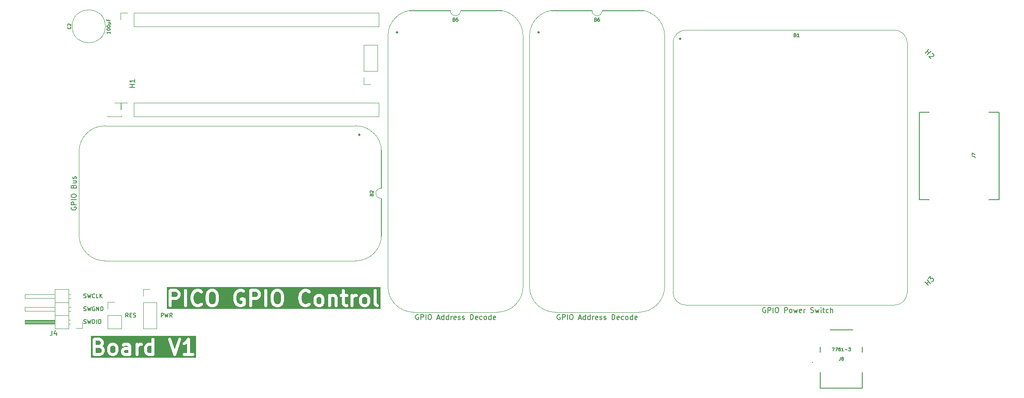
<source format=gto>
%TF.GenerationSoftware,KiCad,Pcbnew,8.0.7*%
%TF.CreationDate,2025-04-29T19:58:08+02:00*%
%TF.ProjectId,GPIO Controller Board,4750494f-2043-46f6-9e74-726f6c6c6572,Pico GPIO Wide*%
%TF.SameCoordinates,Original*%
%TF.FileFunction,Legend,Top*%
%TF.FilePolarity,Positive*%
%FSLAX46Y46*%
G04 Gerber Fmt 4.6, Leading zero omitted, Abs format (unit mm)*
G04 Created by KiCad (PCBNEW 8.0.7) date 2025-04-29 19:58:08*
%MOMM*%
%LPD*%
G01*
G04 APERTURE LIST*
%ADD10C,0.200000*%
%ADD11C,0.600000*%
%ADD12C,0.150000*%
%ADD13C,0.120000*%
%ADD14C,0.100000*%
%ADD15C,0.239605*%
G04 APERTURE END LIST*
D10*
X283958Y-7941600D02*
X398244Y-7979695D01*
X398244Y-7979695D02*
X588720Y-7979695D01*
X588720Y-7979695D02*
X664911Y-7941600D01*
X664911Y-7941600D02*
X703006Y-7903504D01*
X703006Y-7903504D02*
X741101Y-7827314D01*
X741101Y-7827314D02*
X741101Y-7751123D01*
X741101Y-7751123D02*
X703006Y-7674933D01*
X703006Y-7674933D02*
X664911Y-7636838D01*
X664911Y-7636838D02*
X588720Y-7598742D01*
X588720Y-7598742D02*
X436339Y-7560647D01*
X436339Y-7560647D02*
X360149Y-7522552D01*
X360149Y-7522552D02*
X322054Y-7484457D01*
X322054Y-7484457D02*
X283958Y-7408266D01*
X283958Y-7408266D02*
X283958Y-7332076D01*
X283958Y-7332076D02*
X322054Y-7255885D01*
X322054Y-7255885D02*
X360149Y-7217790D01*
X360149Y-7217790D02*
X436339Y-7179695D01*
X436339Y-7179695D02*
X626816Y-7179695D01*
X626816Y-7179695D02*
X741101Y-7217790D01*
X1007768Y-7179695D02*
X1198244Y-7979695D01*
X1198244Y-7979695D02*
X1350625Y-7408266D01*
X1350625Y-7408266D02*
X1503006Y-7979695D01*
X1503006Y-7979695D02*
X1693483Y-7179695D01*
X1998245Y-7979695D02*
X1998245Y-7179695D01*
X1998245Y-7179695D02*
X2188721Y-7179695D01*
X2188721Y-7179695D02*
X2303007Y-7217790D01*
X2303007Y-7217790D02*
X2379197Y-7293980D01*
X2379197Y-7293980D02*
X2417292Y-7370171D01*
X2417292Y-7370171D02*
X2455388Y-7522552D01*
X2455388Y-7522552D02*
X2455388Y-7636838D01*
X2455388Y-7636838D02*
X2417292Y-7789219D01*
X2417292Y-7789219D02*
X2379197Y-7865409D01*
X2379197Y-7865409D02*
X2303007Y-7941600D01*
X2303007Y-7941600D02*
X2188721Y-7979695D01*
X2188721Y-7979695D02*
X1998245Y-7979695D01*
X2798245Y-7979695D02*
X2798245Y-7179695D01*
X3331578Y-7179695D02*
X3483959Y-7179695D01*
X3483959Y-7179695D02*
X3560149Y-7217790D01*
X3560149Y-7217790D02*
X3636340Y-7293980D01*
X3636340Y-7293980D02*
X3674435Y-7446361D01*
X3674435Y-7446361D02*
X3674435Y-7713028D01*
X3674435Y-7713028D02*
X3636340Y-7865409D01*
X3636340Y-7865409D02*
X3560149Y-7941600D01*
X3560149Y-7941600D02*
X3483959Y-7979695D01*
X3483959Y-7979695D02*
X3331578Y-7979695D01*
X3331578Y-7979695D02*
X3255387Y-7941600D01*
X3255387Y-7941600D02*
X3179197Y-7865409D01*
X3179197Y-7865409D02*
X3141101Y-7713028D01*
X3141101Y-7713028D02*
X3141101Y-7446361D01*
X3141101Y-7446361D02*
X3179197Y-7293980D01*
X3179197Y-7293980D02*
X3255387Y-7217790D01*
X3255387Y-7217790D02*
X3331578Y-7179695D01*
D11*
G36*
X3645539Y-12890295D02*
G01*
X3703893Y-12948649D01*
X3793307Y-13127476D01*
X3793307Y-13414408D01*
X3703893Y-13593234D01*
X3629884Y-13667244D01*
X3451058Y-13756657D01*
X2679021Y-13756657D01*
X2679021Y-12785228D01*
X3330338Y-12785228D01*
X3645539Y-12890295D01*
G37*
G36*
X3487027Y-11446070D02*
G01*
X3561037Y-11520079D01*
X3650450Y-11698905D01*
X3650450Y-11842980D01*
X3561037Y-12021805D01*
X3487027Y-12095814D01*
X3308201Y-12185228D01*
X2679021Y-12185228D01*
X2679021Y-11356657D01*
X3308201Y-11356657D01*
X3487027Y-11446070D01*
G37*
G36*
X6344170Y-12446070D02*
G01*
X6418180Y-12520079D01*
X6507593Y-12698905D01*
X6507593Y-13414408D01*
X6418180Y-13593234D01*
X6344170Y-13667244D01*
X6165344Y-13756657D01*
X5878413Y-13756657D01*
X5699586Y-13667244D01*
X5625577Y-13593234D01*
X5536164Y-13414408D01*
X5536164Y-12698905D01*
X5625577Y-12520079D01*
X5699585Y-12446070D01*
X5878413Y-12356657D01*
X6165344Y-12356657D01*
X6344170Y-12446070D01*
G37*
G36*
X9079022Y-13728389D02*
G01*
X9022487Y-13756657D01*
X8449842Y-13756657D01*
X8316913Y-13690193D01*
X8250450Y-13557265D01*
X8250450Y-13413191D01*
X8316913Y-13280263D01*
X8449842Y-13213800D01*
X9079022Y-13213800D01*
X9079022Y-13728389D01*
G37*
G36*
X13650451Y-12384924D02*
G01*
X13650451Y-13728389D01*
X13593916Y-13756657D01*
X13164128Y-13756657D01*
X12985301Y-13667244D01*
X12911292Y-13593234D01*
X12821879Y-13414408D01*
X12821879Y-12698905D01*
X12911292Y-12520079D01*
X12985300Y-12446070D01*
X13164128Y-12356657D01*
X13593916Y-12356657D01*
X13650451Y-12384924D01*
G37*
G36*
X22438360Y-14689990D02*
G01*
X1745688Y-14689990D01*
X1745688Y-11056657D01*
X2079021Y-11056657D01*
X2079021Y-14056657D01*
X2081588Y-14095815D01*
X2101857Y-14171462D01*
X2141015Y-14239285D01*
X2196393Y-14294663D01*
X2264216Y-14333821D01*
X2339863Y-14354090D01*
X2379021Y-14356657D01*
X3521878Y-14356657D01*
X3538054Y-14355596D01*
X3543144Y-14355902D01*
X3547739Y-14354961D01*
X3561036Y-14354090D01*
X3590249Y-14346262D01*
X3619870Y-14340201D01*
X3632148Y-14335036D01*
X3636683Y-14333821D01*
X3641102Y-14331269D01*
X3656042Y-14324985D01*
X3941757Y-14182128D01*
X3975633Y-14162320D01*
X3982394Y-14156324D01*
X3990222Y-14151805D01*
X4019726Y-14125931D01*
X4162583Y-13983073D01*
X4188456Y-13953569D01*
X4192973Y-13945744D01*
X4198970Y-13938982D01*
X4218778Y-13905106D01*
X4361635Y-13619392D01*
X4367919Y-13604452D01*
X4370471Y-13600033D01*
X4371686Y-13595498D01*
X4376851Y-13583220D01*
X4382912Y-13553598D01*
X4390740Y-13524386D01*
X4391611Y-13511090D01*
X4392552Y-13506495D01*
X4392246Y-13501405D01*
X4393307Y-13485228D01*
X4393307Y-13056657D01*
X4392246Y-13040480D01*
X4392552Y-13035391D01*
X4391611Y-13030795D01*
X4390740Y-13017499D01*
X4382912Y-12988285D01*
X4376851Y-12958665D01*
X4371686Y-12946386D01*
X4370471Y-12941852D01*
X4367919Y-12937432D01*
X4361635Y-12922493D01*
X4218778Y-12636778D01*
X4213695Y-12628085D01*
X4936164Y-12628085D01*
X4936164Y-13485228D01*
X4937224Y-13501405D01*
X4936919Y-13506495D01*
X4937859Y-13511090D01*
X4938731Y-13524386D01*
X4946558Y-13553598D01*
X4952620Y-13583220D01*
X4957784Y-13595498D01*
X4959000Y-13600033D01*
X4961551Y-13604452D01*
X4967836Y-13619392D01*
X5110693Y-13905106D01*
X5130501Y-13938982D01*
X5136497Y-13945744D01*
X5141015Y-13953569D01*
X5166888Y-13983073D01*
X5309745Y-14125931D01*
X5339249Y-14151805D01*
X5347076Y-14156324D01*
X5353838Y-14162320D01*
X5387714Y-14182128D01*
X5673429Y-14324985D01*
X5688368Y-14331269D01*
X5692788Y-14333821D01*
X5697322Y-14335036D01*
X5709601Y-14340201D01*
X5739221Y-14346262D01*
X5768435Y-14354090D01*
X5781731Y-14354961D01*
X5786327Y-14355902D01*
X5791416Y-14355596D01*
X5807593Y-14356657D01*
X6236164Y-14356657D01*
X6252341Y-14355596D01*
X6257431Y-14355902D01*
X6262026Y-14354961D01*
X6275322Y-14354090D01*
X6304534Y-14346262D01*
X6334156Y-14340201D01*
X6346434Y-14335036D01*
X6350969Y-14333821D01*
X6355388Y-14331269D01*
X6370328Y-14324985D01*
X6656042Y-14182128D01*
X6689918Y-14162320D01*
X6696678Y-14156325D01*
X6704506Y-14151806D01*
X6734010Y-14125932D01*
X6876868Y-13983074D01*
X6902742Y-13953570D01*
X6907261Y-13945742D01*
X6913256Y-13938982D01*
X6933064Y-13905106D01*
X7075921Y-13619392D01*
X7082205Y-13604452D01*
X7084757Y-13600033D01*
X7085972Y-13595498D01*
X7091137Y-13583220D01*
X7097198Y-13553598D01*
X7105026Y-13524386D01*
X7105897Y-13511090D01*
X7106838Y-13506495D01*
X7106532Y-13501405D01*
X7107593Y-13485228D01*
X7107593Y-13342371D01*
X7650450Y-13342371D01*
X7650450Y-13628085D01*
X7651510Y-13644261D01*
X7651205Y-13649351D01*
X7652145Y-13653946D01*
X7653017Y-13667243D01*
X7660844Y-13696456D01*
X7666906Y-13726077D01*
X7672070Y-13738355D01*
X7673286Y-13742890D01*
X7675837Y-13747309D01*
X7682122Y-13762249D01*
X7824979Y-14047964D01*
X7844787Y-14081840D01*
X7856739Y-14095319D01*
X7866671Y-14110361D01*
X7882611Y-14124495D01*
X7896746Y-14140436D01*
X7911787Y-14150367D01*
X7925267Y-14162320D01*
X7959143Y-14182128D01*
X8244858Y-14324985D01*
X8259797Y-14331269D01*
X8264217Y-14333821D01*
X8268751Y-14335036D01*
X8281030Y-14340201D01*
X8310650Y-14346262D01*
X8339864Y-14354090D01*
X8353160Y-14354961D01*
X8357756Y-14355902D01*
X8362845Y-14355596D01*
X8379022Y-14356657D01*
X9093307Y-14356657D01*
X9109483Y-14355596D01*
X9114573Y-14355902D01*
X9119168Y-14354961D01*
X9132465Y-14354090D01*
X9161678Y-14346262D01*
X9191299Y-14340201D01*
X9203577Y-14335036D01*
X9208112Y-14333821D01*
X9212531Y-14331269D01*
X9227471Y-14324985D01*
X9238961Y-14319239D01*
X9264217Y-14333821D01*
X9339864Y-14354090D01*
X9418180Y-14354090D01*
X9493827Y-14333821D01*
X9561650Y-14294663D01*
X9617028Y-14239285D01*
X9656186Y-14171462D01*
X9676455Y-14095815D01*
X9679022Y-14056657D01*
X9679022Y-12485228D01*
X9677961Y-12469050D01*
X9678267Y-12463960D01*
X9677326Y-12459364D01*
X9676455Y-12446070D01*
X9668628Y-12416860D01*
X9662566Y-12387235D01*
X9657400Y-12374954D01*
X9656186Y-12370423D01*
X9653636Y-12366006D01*
X9647350Y-12351063D01*
X9504492Y-12065349D01*
X9499410Y-12056657D01*
X10507593Y-12056657D01*
X10507593Y-14056657D01*
X10510160Y-14095815D01*
X10530429Y-14171462D01*
X10569587Y-14239285D01*
X10624965Y-14294663D01*
X10692788Y-14333821D01*
X10768435Y-14354090D01*
X10846751Y-14354090D01*
X10922398Y-14333821D01*
X10990221Y-14294663D01*
X11045599Y-14239285D01*
X11084757Y-14171462D01*
X11105026Y-14095815D01*
X11107593Y-14056657D01*
X11107593Y-12698905D01*
X11143003Y-12628085D01*
X12221879Y-12628085D01*
X12221879Y-13485228D01*
X12222939Y-13501405D01*
X12222634Y-13506495D01*
X12223574Y-13511090D01*
X12224446Y-13524386D01*
X12232273Y-13553598D01*
X12238335Y-13583220D01*
X12243499Y-13595498D01*
X12244715Y-13600033D01*
X12247266Y-13604452D01*
X12253551Y-13619392D01*
X12396408Y-13905106D01*
X12416216Y-13938982D01*
X12422212Y-13945744D01*
X12426730Y-13953569D01*
X12452603Y-13983073D01*
X12595460Y-14125931D01*
X12624964Y-14151805D01*
X12632791Y-14156324D01*
X12639553Y-14162320D01*
X12673429Y-14182128D01*
X12959144Y-14324985D01*
X12974083Y-14331269D01*
X12978503Y-14333821D01*
X12983037Y-14335036D01*
X12995316Y-14340201D01*
X13024936Y-14346262D01*
X13054150Y-14354090D01*
X13067446Y-14354961D01*
X13072042Y-14355902D01*
X13077131Y-14355596D01*
X13093308Y-14356657D01*
X13664736Y-14356657D01*
X13680912Y-14355596D01*
X13686002Y-14355902D01*
X13690597Y-14354961D01*
X13703894Y-14354090D01*
X13733107Y-14346262D01*
X13762728Y-14340201D01*
X13775006Y-14335036D01*
X13779541Y-14333821D01*
X13783960Y-14331269D01*
X13798900Y-14324985D01*
X13810390Y-14319239D01*
X13835646Y-14333821D01*
X13911293Y-14354090D01*
X13989609Y-14354090D01*
X14065256Y-14333821D01*
X14133079Y-14294663D01*
X14188457Y-14239285D01*
X14227615Y-14171462D01*
X14247884Y-14095815D01*
X14250451Y-14056657D01*
X14250451Y-11056657D01*
X14249057Y-11035390D01*
X16936920Y-11035390D01*
X16941612Y-11113565D01*
X16951560Y-11151525D01*
X17951560Y-14151526D01*
X17952406Y-14153602D01*
X17952621Y-14154649D01*
X17953773Y-14156954D01*
X17966378Y-14187862D01*
X17978118Y-14205644D01*
X17987645Y-14224697D01*
X17999598Y-14238177D01*
X18009529Y-14253218D01*
X18025470Y-14267354D01*
X18039604Y-14283293D01*
X18054641Y-14293221D01*
X18068125Y-14305178D01*
X18087184Y-14314707D01*
X18104960Y-14326444D01*
X18122051Y-14332141D01*
X18138173Y-14340202D01*
X18159050Y-14344474D01*
X18179257Y-14351210D01*
X18197239Y-14352289D01*
X18214898Y-14355903D01*
X18236171Y-14354625D01*
X18257432Y-14355902D01*
X18275082Y-14352290D01*
X18293073Y-14351210D01*
X18313287Y-14344471D01*
X18334157Y-14340201D01*
X18350272Y-14332143D01*
X18367370Y-14326444D01*
X18385153Y-14314702D01*
X18404205Y-14305177D01*
X18417681Y-14293226D01*
X18432726Y-14283294D01*
X18446864Y-14267349D01*
X18462801Y-14253218D01*
X18472728Y-14238181D01*
X18484685Y-14224698D01*
X18494212Y-14205641D01*
X18505952Y-14187862D01*
X18518554Y-14156958D01*
X18519709Y-14154649D01*
X18519923Y-14153600D01*
X18520770Y-14151525D01*
X19259589Y-11935068D01*
X19794063Y-11935068D01*
X19809764Y-12011793D01*
X19844788Y-12081841D01*
X19896748Y-12140437D01*
X19962103Y-12183587D01*
X20036401Y-12208353D01*
X20114576Y-12213045D01*
X20191301Y-12197344D01*
X20227473Y-12182128D01*
X20513186Y-12039270D01*
X20547062Y-12019462D01*
X20553822Y-12013467D01*
X20561650Y-12008948D01*
X20591154Y-11983074D01*
X20650451Y-11923777D01*
X20650451Y-13756657D01*
X20093308Y-13756657D01*
X20054150Y-13759224D01*
X19978503Y-13779493D01*
X19910680Y-13818651D01*
X19855302Y-13874029D01*
X19816144Y-13941852D01*
X19795875Y-14017499D01*
X19795875Y-14095815D01*
X19816144Y-14171462D01*
X19855302Y-14239285D01*
X19910680Y-14294663D01*
X19978503Y-14333821D01*
X20054150Y-14354090D01*
X20093308Y-14356657D01*
X21807594Y-14356657D01*
X21846752Y-14354090D01*
X21922399Y-14333821D01*
X21990222Y-14294663D01*
X22045600Y-14239285D01*
X22084758Y-14171462D01*
X22105027Y-14095815D01*
X22105027Y-14017499D01*
X22084758Y-13941852D01*
X22045600Y-13874029D01*
X21990222Y-13818651D01*
X21922399Y-13779493D01*
X21846752Y-13759224D01*
X21807594Y-13756657D01*
X21250451Y-13756657D01*
X21250451Y-11056657D01*
X21249468Y-11041673D01*
X21249788Y-11036723D01*
X21248830Y-11031934D01*
X21247884Y-11017499D01*
X21240230Y-10988933D01*
X21234429Y-10959928D01*
X21230127Y-10951227D01*
X21227615Y-10941852D01*
X21212825Y-10916235D01*
X21199717Y-10889725D01*
X21193310Y-10882435D01*
X21188457Y-10874029D01*
X21167538Y-10853110D01*
X21148018Y-10830899D01*
X21139944Y-10825516D01*
X21133079Y-10818651D01*
X21107457Y-10803858D01*
X21082856Y-10787457D01*
X21073663Y-10784347D01*
X21065256Y-10779493D01*
X21036687Y-10771838D01*
X21008670Y-10762360D01*
X20998981Y-10761735D01*
X20989609Y-10759224D01*
X20960041Y-10759224D01*
X20930517Y-10757320D01*
X20920998Y-10759224D01*
X20911293Y-10759224D01*
X20882718Y-10766880D01*
X20853722Y-10772680D01*
X20845025Y-10776979D01*
X20835646Y-10779493D01*
X20810024Y-10794285D01*
X20783519Y-10807391D01*
X20776229Y-10813797D01*
X20767823Y-10818651D01*
X20746904Y-10839569D01*
X20724693Y-10859090D01*
X20715898Y-10870575D01*
X20712445Y-10874029D01*
X20709964Y-10878325D01*
X20700836Y-10890247D01*
X20431600Y-11294100D01*
X20201314Y-11524385D01*
X19959143Y-11645472D01*
X19925267Y-11665280D01*
X19866671Y-11717240D01*
X19823521Y-11782595D01*
X19798755Y-11856893D01*
X19794063Y-11935068D01*
X19259589Y-11935068D01*
X19520770Y-11151525D01*
X19530718Y-11113565D01*
X19535410Y-11035390D01*
X19519709Y-10958665D01*
X19484685Y-10888616D01*
X19432726Y-10830020D01*
X19367370Y-10786870D01*
X19293073Y-10762104D01*
X19214898Y-10757411D01*
X19138173Y-10773112D01*
X19068125Y-10808136D01*
X19009529Y-10860096D01*
X18966378Y-10925452D01*
X18951560Y-10961788D01*
X18236164Y-13107973D01*
X17520770Y-10961789D01*
X17505952Y-10925452D01*
X17462801Y-10860096D01*
X17404205Y-10808137D01*
X17334157Y-10773113D01*
X17257432Y-10757412D01*
X17179257Y-10762104D01*
X17104960Y-10786870D01*
X17039604Y-10830021D01*
X16987645Y-10888617D01*
X16952621Y-10958665D01*
X16936920Y-11035390D01*
X14249057Y-11035390D01*
X14247884Y-11017499D01*
X14227615Y-10941852D01*
X14188457Y-10874029D01*
X14133079Y-10818651D01*
X14065256Y-10779493D01*
X13989609Y-10759224D01*
X13911293Y-10759224D01*
X13835646Y-10779493D01*
X13767823Y-10818651D01*
X13712445Y-10874029D01*
X13673287Y-10941852D01*
X13653018Y-11017499D01*
X13650451Y-11056657D01*
X13650451Y-11756657D01*
X13093308Y-11756657D01*
X13077131Y-11757717D01*
X13072042Y-11757412D01*
X13067446Y-11758352D01*
X13054150Y-11759224D01*
X13024936Y-11767051D01*
X12995316Y-11773113D01*
X12983037Y-11778277D01*
X12978503Y-11779493D01*
X12974083Y-11782044D01*
X12959144Y-11788329D01*
X12673429Y-11931186D01*
X12639553Y-11950994D01*
X12632792Y-11956988D01*
X12624965Y-11961508D01*
X12595461Y-11987382D01*
X12452604Y-12130239D01*
X12426730Y-12159743D01*
X12422210Y-12167570D01*
X12416216Y-12174331D01*
X12396408Y-12208207D01*
X12253551Y-12493921D01*
X12247266Y-12508860D01*
X12244715Y-12513280D01*
X12243499Y-12517814D01*
X12238335Y-12530093D01*
X12232273Y-12559714D01*
X12224446Y-12588927D01*
X12223574Y-12602222D01*
X12222634Y-12606818D01*
X12222939Y-12611907D01*
X12221879Y-12628085D01*
X11143003Y-12628085D01*
X11197005Y-12520079D01*
X11271015Y-12446070D01*
X11449842Y-12356657D01*
X11664736Y-12356657D01*
X11703894Y-12354090D01*
X11779541Y-12333821D01*
X11847364Y-12294663D01*
X11902742Y-12239285D01*
X11941900Y-12171462D01*
X11962169Y-12095815D01*
X11962169Y-12017499D01*
X11941900Y-11941852D01*
X11902742Y-11874029D01*
X11847364Y-11818651D01*
X11779541Y-11779493D01*
X11703894Y-11759224D01*
X11664736Y-11756657D01*
X11379022Y-11756657D01*
X11362844Y-11757717D01*
X11357755Y-11757412D01*
X11353159Y-11758352D01*
X11339864Y-11759224D01*
X11310651Y-11767051D01*
X11281030Y-11773113D01*
X11268751Y-11778277D01*
X11264217Y-11779493D01*
X11259797Y-11782044D01*
X11244858Y-11788329D01*
X11051839Y-11884838D01*
X11045599Y-11874029D01*
X10990221Y-11818651D01*
X10922398Y-11779493D01*
X10846751Y-11759224D01*
X10768435Y-11759224D01*
X10692788Y-11779493D01*
X10624965Y-11818651D01*
X10569587Y-11874029D01*
X10530429Y-11941852D01*
X10510160Y-12017499D01*
X10507593Y-12056657D01*
X9499410Y-12056657D01*
X9484684Y-12031473D01*
X9472728Y-12017990D01*
X9462800Y-12002953D01*
X9446860Y-11988818D01*
X9432724Y-11972877D01*
X9417683Y-11962946D01*
X9404204Y-11950994D01*
X9370328Y-11931186D01*
X9084614Y-11788329D01*
X9069674Y-11782044D01*
X9065255Y-11779493D01*
X9060720Y-11778277D01*
X9048442Y-11773113D01*
X9018820Y-11767051D01*
X8989608Y-11759224D01*
X8976312Y-11758352D01*
X8971717Y-11757412D01*
X8966627Y-11757717D01*
X8950450Y-11756657D01*
X8379022Y-11756657D01*
X8362845Y-11757717D01*
X8357756Y-11757412D01*
X8353160Y-11758352D01*
X8339864Y-11759224D01*
X8310650Y-11767051D01*
X8281030Y-11773113D01*
X8268751Y-11778277D01*
X8264217Y-11779493D01*
X8259797Y-11782044D01*
X8244858Y-11788329D01*
X7959143Y-11931186D01*
X7925267Y-11950994D01*
X7866671Y-12002953D01*
X7823520Y-12068308D01*
X7798754Y-12142606D01*
X7794062Y-12220780D01*
X7809763Y-12297506D01*
X7844787Y-12367554D01*
X7896746Y-12426150D01*
X7962101Y-12469301D01*
X8036399Y-12494067D01*
X8114573Y-12498759D01*
X8191299Y-12483058D01*
X8227471Y-12467842D01*
X8449842Y-12356657D01*
X8879630Y-12356657D01*
X9012557Y-12423120D01*
X9079022Y-12556048D01*
X9079022Y-12585532D01*
X9022487Y-12613800D01*
X8379022Y-12613800D01*
X8362845Y-12614860D01*
X8357756Y-12614555D01*
X8353160Y-12615495D01*
X8339864Y-12616367D01*
X8310650Y-12624194D01*
X8281030Y-12630256D01*
X8268751Y-12635420D01*
X8264217Y-12636636D01*
X8259797Y-12639187D01*
X8244858Y-12645472D01*
X7959143Y-12788329D01*
X7925267Y-12808137D01*
X7911786Y-12820090D01*
X7896746Y-12830021D01*
X7882611Y-12845961D01*
X7866671Y-12860096D01*
X7856739Y-12875137D01*
X7844787Y-12888617D01*
X7824979Y-12922493D01*
X7682122Y-13208207D01*
X7675837Y-13223146D01*
X7673286Y-13227566D01*
X7672070Y-13232100D01*
X7666906Y-13244379D01*
X7660844Y-13274000D01*
X7653017Y-13303213D01*
X7652145Y-13316508D01*
X7651205Y-13321104D01*
X7651510Y-13326193D01*
X7650450Y-13342371D01*
X7107593Y-13342371D01*
X7107593Y-12628085D01*
X7106532Y-12611907D01*
X7106838Y-12606818D01*
X7105897Y-12602222D01*
X7105026Y-12588927D01*
X7097198Y-12559714D01*
X7091137Y-12530093D01*
X7085972Y-12517814D01*
X7084757Y-12513280D01*
X7082205Y-12508860D01*
X7075921Y-12493921D01*
X6933064Y-12208207D01*
X6913256Y-12174331D01*
X6907260Y-12167569D01*
X6902741Y-12159742D01*
X6876867Y-12130238D01*
X6734009Y-11987381D01*
X6704505Y-11961508D01*
X6696680Y-11956990D01*
X6689918Y-11950994D01*
X6656042Y-11931186D01*
X6370328Y-11788329D01*
X6355388Y-11782044D01*
X6350969Y-11779493D01*
X6346434Y-11778277D01*
X6334156Y-11773113D01*
X6304534Y-11767051D01*
X6275322Y-11759224D01*
X6262026Y-11758352D01*
X6257431Y-11757412D01*
X6252341Y-11757717D01*
X6236164Y-11756657D01*
X5807593Y-11756657D01*
X5791416Y-11757717D01*
X5786327Y-11757412D01*
X5781731Y-11758352D01*
X5768435Y-11759224D01*
X5739221Y-11767051D01*
X5709601Y-11773113D01*
X5697322Y-11778277D01*
X5692788Y-11779493D01*
X5688368Y-11782044D01*
X5673429Y-11788329D01*
X5387714Y-11931186D01*
X5353838Y-11950994D01*
X5347077Y-11956988D01*
X5339250Y-11961508D01*
X5309746Y-11987382D01*
X5166889Y-12130239D01*
X5141015Y-12159743D01*
X5136495Y-12167570D01*
X5130501Y-12174331D01*
X5110693Y-12208207D01*
X4967836Y-12493921D01*
X4961551Y-12508860D01*
X4959000Y-12513280D01*
X4957784Y-12517814D01*
X4952620Y-12530093D01*
X4946558Y-12559714D01*
X4938731Y-12588927D01*
X4937859Y-12602222D01*
X4936919Y-12606818D01*
X4937224Y-12611907D01*
X4936164Y-12628085D01*
X4213695Y-12628085D01*
X4198970Y-12602902D01*
X4192975Y-12596141D01*
X4188456Y-12588314D01*
X4162582Y-12558810D01*
X4019725Y-12415953D01*
X4017430Y-12413940D01*
X4019724Y-12411647D01*
X4045598Y-12382143D01*
X4050117Y-12374315D01*
X4056113Y-12367554D01*
X4075921Y-12333678D01*
X4218778Y-12047964D01*
X4225062Y-12033024D01*
X4227614Y-12028605D01*
X4228829Y-12024070D01*
X4233994Y-12011792D01*
X4240055Y-11982170D01*
X4247883Y-11952958D01*
X4248754Y-11939662D01*
X4249695Y-11935067D01*
X4249389Y-11929977D01*
X4250450Y-11913800D01*
X4250450Y-11628085D01*
X4249389Y-11611907D01*
X4249695Y-11606818D01*
X4248754Y-11602222D01*
X4247883Y-11588927D01*
X4240055Y-11559714D01*
X4233994Y-11530093D01*
X4228829Y-11517814D01*
X4227614Y-11513280D01*
X4225062Y-11508860D01*
X4218778Y-11493921D01*
X4075921Y-11208207D01*
X4056113Y-11174331D01*
X4050117Y-11167569D01*
X4045598Y-11159742D01*
X4019724Y-11130238D01*
X3876866Y-10987381D01*
X3847362Y-10961508D01*
X3839537Y-10956990D01*
X3832775Y-10950994D01*
X3798899Y-10931186D01*
X3513185Y-10788329D01*
X3498245Y-10782044D01*
X3493826Y-10779493D01*
X3489291Y-10778277D01*
X3477013Y-10773113D01*
X3447391Y-10767051D01*
X3418179Y-10759224D01*
X3404883Y-10758352D01*
X3400288Y-10757412D01*
X3395198Y-10757717D01*
X3379021Y-10756657D01*
X2379021Y-10756657D01*
X2339863Y-10759224D01*
X2264216Y-10779493D01*
X2196393Y-10818651D01*
X2141015Y-10874029D01*
X2101857Y-10941852D01*
X2081588Y-11017499D01*
X2079021Y-11056657D01*
X1745688Y-11056657D01*
X1745688Y-10423324D01*
X22438360Y-10423324D01*
X22438360Y-14689990D01*
G37*
D10*
X283957Y-2861600D02*
X398243Y-2899695D01*
X398243Y-2899695D02*
X588719Y-2899695D01*
X588719Y-2899695D02*
X664910Y-2861600D01*
X664910Y-2861600D02*
X703005Y-2823504D01*
X703005Y-2823504D02*
X741100Y-2747314D01*
X741100Y-2747314D02*
X741100Y-2671123D01*
X741100Y-2671123D02*
X703005Y-2594933D01*
X703005Y-2594933D02*
X664910Y-2556838D01*
X664910Y-2556838D02*
X588719Y-2518742D01*
X588719Y-2518742D02*
X436338Y-2480647D01*
X436338Y-2480647D02*
X360148Y-2442552D01*
X360148Y-2442552D02*
X322053Y-2404457D01*
X322053Y-2404457D02*
X283957Y-2328266D01*
X283957Y-2328266D02*
X283957Y-2252076D01*
X283957Y-2252076D02*
X322053Y-2175885D01*
X322053Y-2175885D02*
X360148Y-2137790D01*
X360148Y-2137790D02*
X436338Y-2099695D01*
X436338Y-2099695D02*
X626815Y-2099695D01*
X626815Y-2099695D02*
X741100Y-2137790D01*
X1007767Y-2099695D02*
X1198243Y-2899695D01*
X1198243Y-2899695D02*
X1350624Y-2328266D01*
X1350624Y-2328266D02*
X1503005Y-2899695D01*
X1503005Y-2899695D02*
X1693482Y-2099695D01*
X2455387Y-2823504D02*
X2417291Y-2861600D01*
X2417291Y-2861600D02*
X2303006Y-2899695D01*
X2303006Y-2899695D02*
X2226815Y-2899695D01*
X2226815Y-2899695D02*
X2112529Y-2861600D01*
X2112529Y-2861600D02*
X2036339Y-2785409D01*
X2036339Y-2785409D02*
X1998244Y-2709219D01*
X1998244Y-2709219D02*
X1960148Y-2556838D01*
X1960148Y-2556838D02*
X1960148Y-2442552D01*
X1960148Y-2442552D02*
X1998244Y-2290171D01*
X1998244Y-2290171D02*
X2036339Y-2213980D01*
X2036339Y-2213980D02*
X2112529Y-2137790D01*
X2112529Y-2137790D02*
X2226815Y-2099695D01*
X2226815Y-2099695D02*
X2303006Y-2099695D01*
X2303006Y-2099695D02*
X2417291Y-2137790D01*
X2417291Y-2137790D02*
X2455387Y-2175885D01*
X3179196Y-2899695D02*
X2798244Y-2899695D01*
X2798244Y-2899695D02*
X2798244Y-2099695D01*
X3445863Y-2899695D02*
X3445863Y-2099695D01*
X3903006Y-2899695D02*
X3560148Y-2442552D01*
X3903006Y-2099695D02*
X3445863Y-2556838D01*
D11*
G36*
X26044456Y-1794070D02*
G01*
X26236988Y-1986602D01*
X26350735Y-2441589D01*
X26350735Y-3367724D01*
X26236988Y-3822710D01*
X26044455Y-4015243D01*
X25865629Y-4104657D01*
X25435841Y-4104657D01*
X25257015Y-4015244D01*
X25064481Y-3822710D01*
X24950735Y-3367724D01*
X24950735Y-2441589D01*
X25064481Y-1986602D01*
X25257014Y-1794070D01*
X25435841Y-1704657D01*
X25865629Y-1704657D01*
X26044456Y-1794070D01*
G37*
G36*
X38901598Y-1794070D02*
G01*
X39094130Y-1986602D01*
X39207877Y-2441589D01*
X39207877Y-3367724D01*
X39094130Y-3822710D01*
X38901597Y-4015243D01*
X38722771Y-4104657D01*
X38292983Y-4104657D01*
X38114157Y-4015244D01*
X37921623Y-3822710D01*
X37807877Y-3367724D01*
X37807877Y-2441589D01*
X37921623Y-1986602D01*
X38114156Y-1794070D01*
X38292983Y-1704657D01*
X38722771Y-1704657D01*
X38901598Y-1794070D01*
G37*
G36*
X47044454Y-2794070D02*
G01*
X47118464Y-2868079D01*
X47207877Y-3046905D01*
X47207877Y-3762408D01*
X47118464Y-3941234D01*
X47044454Y-4015244D01*
X46865628Y-4104657D01*
X46578697Y-4104657D01*
X46399870Y-4015244D01*
X46325861Y-3941234D01*
X46236448Y-3762408D01*
X46236448Y-3046905D01*
X46325861Y-2868079D01*
X46399869Y-2794070D01*
X46578697Y-2704657D01*
X46865628Y-2704657D01*
X47044454Y-2794070D01*
G37*
G36*
X56044455Y-2794070D02*
G01*
X56118465Y-2868079D01*
X56207878Y-3046905D01*
X56207878Y-3762408D01*
X56118465Y-3941234D01*
X56044455Y-4015244D01*
X55865629Y-4104657D01*
X55578698Y-4104657D01*
X55399871Y-4015244D01*
X55325862Y-3941234D01*
X55236449Y-3762408D01*
X55236449Y-3046905D01*
X55325862Y-2868079D01*
X55399870Y-2794070D01*
X55578698Y-2704657D01*
X55865629Y-2704657D01*
X56044455Y-2794070D01*
G37*
G36*
X18615885Y-1794070D02*
G01*
X18689894Y-1868079D01*
X18779307Y-2046905D01*
X18779307Y-2333837D01*
X18689894Y-2512663D01*
X18615885Y-2586671D01*
X18437058Y-2676085D01*
X17665021Y-2676085D01*
X17665021Y-1704657D01*
X18437058Y-1704657D01*
X18615885Y-1794070D01*
G37*
G36*
X34473027Y-1794070D02*
G01*
X34547036Y-1868079D01*
X34636449Y-2046905D01*
X34636449Y-2333837D01*
X34547036Y-2512663D01*
X34473027Y-2586671D01*
X34294200Y-2676085D01*
X33522163Y-2676085D01*
X33522163Y-1704657D01*
X34294200Y-1704657D01*
X34473027Y-1794070D01*
G37*
G36*
X58854743Y-5037990D02*
G01*
X16731688Y-5037990D01*
X16731688Y-1404657D01*
X17065021Y-1404657D01*
X17065021Y-4404657D01*
X17067588Y-4443815D01*
X17087857Y-4519462D01*
X17127015Y-4587285D01*
X17182393Y-4642663D01*
X17250216Y-4681821D01*
X17325863Y-4702090D01*
X17404179Y-4702090D01*
X17479826Y-4681821D01*
X17547649Y-4642663D01*
X17603027Y-4587285D01*
X17642185Y-4519462D01*
X17662454Y-4443815D01*
X17665021Y-4404657D01*
X17665021Y-3276085D01*
X18507878Y-3276085D01*
X18524054Y-3275024D01*
X18529144Y-3275330D01*
X18533739Y-3274389D01*
X18547036Y-3273518D01*
X18576249Y-3265690D01*
X18605870Y-3259629D01*
X18618148Y-3254464D01*
X18622683Y-3253249D01*
X18627102Y-3250697D01*
X18642042Y-3244413D01*
X18927757Y-3101556D01*
X18961633Y-3081748D01*
X18968393Y-3075753D01*
X18976221Y-3071234D01*
X19005725Y-3045360D01*
X19148582Y-2902503D01*
X19174456Y-2872999D01*
X19178975Y-2865171D01*
X19184970Y-2858411D01*
X19204778Y-2824535D01*
X19347635Y-2538821D01*
X19353919Y-2523881D01*
X19356471Y-2519462D01*
X19357686Y-2514927D01*
X19362851Y-2502649D01*
X19368912Y-2473027D01*
X19376740Y-2443815D01*
X19377611Y-2430519D01*
X19378552Y-2425924D01*
X19378246Y-2420834D01*
X19379307Y-2404657D01*
X19379307Y-1976085D01*
X19378246Y-1959907D01*
X19378552Y-1954818D01*
X19377611Y-1950222D01*
X19376740Y-1936927D01*
X19368912Y-1907714D01*
X19362851Y-1878093D01*
X19357686Y-1865814D01*
X19356471Y-1861280D01*
X19353919Y-1856860D01*
X19347635Y-1841921D01*
X19204778Y-1556207D01*
X19184970Y-1522331D01*
X19178975Y-1515570D01*
X19174456Y-1507743D01*
X19148582Y-1478239D01*
X19075000Y-1404657D01*
X20065021Y-1404657D01*
X20065021Y-4404657D01*
X20067588Y-4443815D01*
X20087857Y-4519462D01*
X20127015Y-4587285D01*
X20182393Y-4642663D01*
X20250216Y-4681821D01*
X20325863Y-4702090D01*
X20404179Y-4702090D01*
X20479826Y-4681821D01*
X20547649Y-4642663D01*
X20603027Y-4587285D01*
X20642185Y-4519462D01*
X20662454Y-4443815D01*
X20665021Y-4404657D01*
X20665021Y-2690371D01*
X21350735Y-2690371D01*
X21350735Y-3118942D01*
X21352743Y-3149587D01*
X21352685Y-3153091D01*
X21353136Y-3155581D01*
X21353302Y-3158100D01*
X21354206Y-3161476D01*
X21359692Y-3191703D01*
X21502549Y-3763131D01*
X21508998Y-3783232D01*
X21510048Y-3788363D01*
X21512559Y-3794334D01*
X21514537Y-3800497D01*
X21517076Y-3805072D01*
X21525264Y-3824535D01*
X21668121Y-4110249D01*
X21687929Y-4144125D01*
X21693923Y-4150885D01*
X21698443Y-4158713D01*
X21724317Y-4188217D01*
X22010032Y-4473932D01*
X22022218Y-4484619D01*
X22025603Y-4488436D01*
X22029519Y-4491021D01*
X22039536Y-4499806D01*
X22065725Y-4514926D01*
X22090959Y-4531587D01*
X22103294Y-4536617D01*
X22107359Y-4538964D01*
X22112286Y-4540284D01*
X22127296Y-4546405D01*
X22555866Y-4689262D01*
X22593826Y-4699209D01*
X22602845Y-4699750D01*
X22611577Y-4702090D01*
X22650735Y-4704657D01*
X22936449Y-4704657D01*
X22975607Y-4702090D01*
X22984334Y-4699751D01*
X22993357Y-4699210D01*
X23031317Y-4689262D01*
X23459889Y-4546405D01*
X23474894Y-4540285D01*
X23479827Y-4538964D01*
X23483895Y-4536615D01*
X23496225Y-4531587D01*
X23521457Y-4514928D01*
X23547650Y-4499805D01*
X23557663Y-4491023D01*
X23561581Y-4488437D01*
X23564966Y-4484618D01*
X23577154Y-4473931D01*
X23720011Y-4331073D01*
X23745884Y-4301569D01*
X23785042Y-4233746D01*
X23805311Y-4158099D01*
X23805311Y-4079783D01*
X23785042Y-4004136D01*
X23745883Y-3936313D01*
X23690505Y-3880936D01*
X23622682Y-3841778D01*
X23547035Y-3821509D01*
X23468719Y-3821509D01*
X23393072Y-3841778D01*
X23325249Y-3880937D01*
X23295745Y-3906811D01*
X23202966Y-3999590D01*
X22887766Y-4104657D01*
X22699418Y-4104657D01*
X22384218Y-3999590D01*
X22183005Y-3798377D01*
X22076648Y-3585664D01*
X21950735Y-3082009D01*
X21950735Y-2727303D01*
X22031396Y-2404657D01*
X24350735Y-2404657D01*
X24350735Y-3404657D01*
X24352743Y-3435302D01*
X24352685Y-3438806D01*
X24353136Y-3441296D01*
X24353302Y-3443815D01*
X24354206Y-3447191D01*
X24359692Y-3477418D01*
X24502549Y-4048846D01*
X24514537Y-4086212D01*
X24515769Y-4088432D01*
X24516428Y-4090890D01*
X24534759Y-4122640D01*
X24552548Y-4154685D01*
X24554316Y-4156513D01*
X24555586Y-4158713D01*
X24581460Y-4188217D01*
X24867175Y-4473932D01*
X24896679Y-4499806D01*
X24904506Y-4504325D01*
X24911267Y-4510320D01*
X24945143Y-4530128D01*
X25230857Y-4672985D01*
X25245796Y-4679269D01*
X25250216Y-4681821D01*
X25254750Y-4683036D01*
X25267029Y-4688201D01*
X25296650Y-4694262D01*
X25325863Y-4702090D01*
X25339158Y-4702961D01*
X25343754Y-4703902D01*
X25348843Y-4703596D01*
X25365021Y-4704657D01*
X25936449Y-4704657D01*
X25952625Y-4703596D01*
X25957715Y-4703902D01*
X25962310Y-4702961D01*
X25975607Y-4702090D01*
X26004820Y-4694262D01*
X26034441Y-4688201D01*
X26046719Y-4683036D01*
X26051254Y-4681821D01*
X26055673Y-4679269D01*
X26070613Y-4672985D01*
X26356328Y-4530128D01*
X26390204Y-4510320D01*
X26396967Y-4504322D01*
X26404792Y-4499805D01*
X26434296Y-4473932D01*
X26720010Y-4188217D01*
X26745884Y-4158713D01*
X26747155Y-4156511D01*
X26748922Y-4154684D01*
X26766703Y-4122653D01*
X26785042Y-4090890D01*
X26785700Y-4088432D01*
X26786933Y-4086212D01*
X26798921Y-4048846D01*
X26941778Y-3477417D01*
X26947263Y-3447192D01*
X26948168Y-3443815D01*
X26948333Y-3441295D01*
X26948785Y-3438806D01*
X26948726Y-3435302D01*
X26950735Y-3404657D01*
X26950735Y-2690371D01*
X29779306Y-2690371D01*
X29779306Y-3118942D01*
X29781314Y-3149587D01*
X29781256Y-3153091D01*
X29781707Y-3155581D01*
X29781873Y-3158100D01*
X29782777Y-3161476D01*
X29788263Y-3191703D01*
X29931120Y-3763131D01*
X29937569Y-3783232D01*
X29938619Y-3788363D01*
X29941130Y-3794334D01*
X29943108Y-3800497D01*
X29945647Y-3805072D01*
X29953835Y-3824535D01*
X30096692Y-4110249D01*
X30116500Y-4144125D01*
X30122494Y-4150885D01*
X30127014Y-4158713D01*
X30152888Y-4188217D01*
X30438603Y-4473932D01*
X30450789Y-4484619D01*
X30454174Y-4488436D01*
X30458090Y-4491021D01*
X30468107Y-4499806D01*
X30494296Y-4514926D01*
X30519530Y-4531587D01*
X30531865Y-4536617D01*
X30535930Y-4538964D01*
X30540857Y-4540284D01*
X30555867Y-4546405D01*
X30984437Y-4689262D01*
X31022397Y-4699209D01*
X31031416Y-4699750D01*
X31040148Y-4702090D01*
X31079306Y-4704657D01*
X31365020Y-4704657D01*
X31404178Y-4702090D01*
X31412905Y-4699751D01*
X31421928Y-4699210D01*
X31459888Y-4689262D01*
X31888460Y-4546405D01*
X31903465Y-4540285D01*
X31908398Y-4538964D01*
X31912466Y-4536615D01*
X31924796Y-4531587D01*
X31950028Y-4514928D01*
X31976221Y-4499805D01*
X31986234Y-4491023D01*
X31990152Y-4488437D01*
X31993537Y-4484618D01*
X32005725Y-4473931D01*
X32148582Y-4331073D01*
X32174447Y-4301577D01*
X32174455Y-4301570D01*
X32213613Y-4233747D01*
X32233882Y-4158100D01*
X32236449Y-4118942D01*
X32236449Y-3118942D01*
X32233882Y-3079784D01*
X32213613Y-3004137D01*
X32174455Y-2936314D01*
X32119077Y-2880936D01*
X32051254Y-2841778D01*
X31975607Y-2821509D01*
X31936449Y-2818942D01*
X31365020Y-2818942D01*
X31325862Y-2821509D01*
X31250215Y-2841778D01*
X31182392Y-2880936D01*
X31127014Y-2936314D01*
X31087856Y-3004137D01*
X31067587Y-3079784D01*
X31067587Y-3158100D01*
X31087856Y-3233747D01*
X31127014Y-3301570D01*
X31182392Y-3356948D01*
X31250215Y-3396106D01*
X31325862Y-3416375D01*
X31365020Y-3418942D01*
X31636449Y-3418942D01*
X31636449Y-3994678D01*
X31631537Y-3999590D01*
X31316337Y-4104657D01*
X31127989Y-4104657D01*
X30812789Y-3999590D01*
X30611576Y-3798377D01*
X30505219Y-3585664D01*
X30379306Y-3082009D01*
X30379306Y-2727303D01*
X30505219Y-2223648D01*
X30611575Y-2010936D01*
X30812789Y-1809723D01*
X31127989Y-1704657D01*
X31437058Y-1704657D01*
X31659428Y-1815842D01*
X31695600Y-1831058D01*
X31772325Y-1846759D01*
X31850500Y-1842067D01*
X31924797Y-1817301D01*
X31990153Y-1774150D01*
X32042112Y-1715554D01*
X32077136Y-1645506D01*
X32092837Y-1568781D01*
X32088145Y-1490606D01*
X32063379Y-1416309D01*
X32055686Y-1404657D01*
X32922163Y-1404657D01*
X32922163Y-4404657D01*
X32924730Y-4443815D01*
X32944999Y-4519462D01*
X32984157Y-4587285D01*
X33039535Y-4642663D01*
X33107358Y-4681821D01*
X33183005Y-4702090D01*
X33261321Y-4702090D01*
X33336968Y-4681821D01*
X33404791Y-4642663D01*
X33460169Y-4587285D01*
X33499327Y-4519462D01*
X33519596Y-4443815D01*
X33522163Y-4404657D01*
X33522163Y-3276085D01*
X34365020Y-3276085D01*
X34381196Y-3275024D01*
X34386286Y-3275330D01*
X34390881Y-3274389D01*
X34404178Y-3273518D01*
X34433391Y-3265690D01*
X34463012Y-3259629D01*
X34475290Y-3254464D01*
X34479825Y-3253249D01*
X34484244Y-3250697D01*
X34499184Y-3244413D01*
X34784899Y-3101556D01*
X34818775Y-3081748D01*
X34825535Y-3075753D01*
X34833363Y-3071234D01*
X34862867Y-3045360D01*
X35005724Y-2902503D01*
X35031598Y-2872999D01*
X35036117Y-2865171D01*
X35042112Y-2858411D01*
X35061920Y-2824535D01*
X35204777Y-2538821D01*
X35211061Y-2523881D01*
X35213613Y-2519462D01*
X35214828Y-2514927D01*
X35219993Y-2502649D01*
X35226054Y-2473027D01*
X35233882Y-2443815D01*
X35234753Y-2430519D01*
X35235694Y-2425924D01*
X35235388Y-2420834D01*
X35236449Y-2404657D01*
X35236449Y-1976085D01*
X35235388Y-1959907D01*
X35235694Y-1954818D01*
X35234753Y-1950222D01*
X35233882Y-1936927D01*
X35226054Y-1907714D01*
X35219993Y-1878093D01*
X35214828Y-1865814D01*
X35213613Y-1861280D01*
X35211061Y-1856860D01*
X35204777Y-1841921D01*
X35061920Y-1556207D01*
X35042112Y-1522331D01*
X35036117Y-1515570D01*
X35031598Y-1507743D01*
X35005724Y-1478239D01*
X34932142Y-1404657D01*
X35922163Y-1404657D01*
X35922163Y-4404657D01*
X35924730Y-4443815D01*
X35944999Y-4519462D01*
X35984157Y-4587285D01*
X36039535Y-4642663D01*
X36107358Y-4681821D01*
X36183005Y-4702090D01*
X36261321Y-4702090D01*
X36336968Y-4681821D01*
X36404791Y-4642663D01*
X36460169Y-4587285D01*
X36499327Y-4519462D01*
X36519596Y-4443815D01*
X36522163Y-4404657D01*
X36522163Y-2404657D01*
X37207877Y-2404657D01*
X37207877Y-3404657D01*
X37209885Y-3435302D01*
X37209827Y-3438806D01*
X37210278Y-3441296D01*
X37210444Y-3443815D01*
X37211348Y-3447191D01*
X37216834Y-3477418D01*
X37359691Y-4048846D01*
X37371679Y-4086212D01*
X37372911Y-4088432D01*
X37373570Y-4090890D01*
X37391901Y-4122640D01*
X37409690Y-4154685D01*
X37411458Y-4156513D01*
X37412728Y-4158713D01*
X37438602Y-4188217D01*
X37724317Y-4473932D01*
X37753821Y-4499806D01*
X37761648Y-4504325D01*
X37768409Y-4510320D01*
X37802285Y-4530128D01*
X38087999Y-4672985D01*
X38102938Y-4679269D01*
X38107358Y-4681821D01*
X38111892Y-4683036D01*
X38124171Y-4688201D01*
X38153792Y-4694262D01*
X38183005Y-4702090D01*
X38196300Y-4702961D01*
X38200896Y-4703902D01*
X38205985Y-4703596D01*
X38222163Y-4704657D01*
X38793591Y-4704657D01*
X38809767Y-4703596D01*
X38814857Y-4703902D01*
X38819452Y-4702961D01*
X38832749Y-4702090D01*
X38861962Y-4694262D01*
X38891583Y-4688201D01*
X38903861Y-4683036D01*
X38908396Y-4681821D01*
X38912815Y-4679269D01*
X38927755Y-4672985D01*
X39213470Y-4530128D01*
X39247346Y-4510320D01*
X39254109Y-4504322D01*
X39261934Y-4499805D01*
X39291438Y-4473932D01*
X39577152Y-4188217D01*
X39603026Y-4158713D01*
X39604297Y-4156511D01*
X39606064Y-4154684D01*
X39623845Y-4122653D01*
X39642184Y-4090890D01*
X39642842Y-4088432D01*
X39644075Y-4086212D01*
X39656063Y-4048846D01*
X39798920Y-3477417D01*
X39804405Y-3447192D01*
X39805310Y-3443815D01*
X39805475Y-3441295D01*
X39805927Y-3438806D01*
X39805868Y-3435302D01*
X39807877Y-3404657D01*
X39807877Y-2690371D01*
X42636448Y-2690371D01*
X42636448Y-3118942D01*
X42638456Y-3149587D01*
X42638398Y-3153091D01*
X42638849Y-3155581D01*
X42639015Y-3158100D01*
X42639919Y-3161476D01*
X42645405Y-3191703D01*
X42788262Y-3763131D01*
X42794711Y-3783232D01*
X42795761Y-3788363D01*
X42798272Y-3794334D01*
X42800250Y-3800497D01*
X42802789Y-3805072D01*
X42810977Y-3824535D01*
X42953834Y-4110249D01*
X42973642Y-4144125D01*
X42979636Y-4150885D01*
X42984156Y-4158713D01*
X43010030Y-4188217D01*
X43295745Y-4473932D01*
X43307931Y-4484619D01*
X43311316Y-4488436D01*
X43315232Y-4491021D01*
X43325249Y-4499806D01*
X43351438Y-4514926D01*
X43376672Y-4531587D01*
X43389007Y-4536617D01*
X43393072Y-4538964D01*
X43397999Y-4540284D01*
X43413009Y-4546405D01*
X43841579Y-4689262D01*
X43879539Y-4699209D01*
X43888558Y-4699750D01*
X43897290Y-4702090D01*
X43936448Y-4704657D01*
X44222162Y-4704657D01*
X44261320Y-4702090D01*
X44270047Y-4699751D01*
X44279070Y-4699210D01*
X44317030Y-4689262D01*
X44745602Y-4546405D01*
X44760607Y-4540285D01*
X44765540Y-4538964D01*
X44769608Y-4536615D01*
X44781938Y-4531587D01*
X44807170Y-4514928D01*
X44833363Y-4499805D01*
X44843376Y-4491023D01*
X44847294Y-4488437D01*
X44850679Y-4484618D01*
X44862867Y-4473931D01*
X45005724Y-4331073D01*
X45031597Y-4301569D01*
X45070755Y-4233746D01*
X45091024Y-4158099D01*
X45091024Y-4079783D01*
X45070755Y-4004136D01*
X45031596Y-3936313D01*
X44976218Y-3880936D01*
X44908395Y-3841778D01*
X44832748Y-3821509D01*
X44754432Y-3821509D01*
X44678785Y-3841778D01*
X44610962Y-3880937D01*
X44581458Y-3906811D01*
X44488679Y-3999590D01*
X44173479Y-4104657D01*
X43985131Y-4104657D01*
X43669931Y-3999590D01*
X43468718Y-3798377D01*
X43362361Y-3585664D01*
X43236448Y-3082009D01*
X43236448Y-2976085D01*
X45636448Y-2976085D01*
X45636448Y-3833228D01*
X45637508Y-3849405D01*
X45637203Y-3854495D01*
X45638143Y-3859090D01*
X45639015Y-3872386D01*
X45646842Y-3901598D01*
X45652904Y-3931220D01*
X45658068Y-3943498D01*
X45659284Y-3948033D01*
X45661835Y-3952452D01*
X45668120Y-3967392D01*
X45810977Y-4253106D01*
X45830785Y-4286982D01*
X45836781Y-4293744D01*
X45841299Y-4301569D01*
X45867172Y-4331073D01*
X46010029Y-4473931D01*
X46039533Y-4499805D01*
X46047360Y-4504324D01*
X46054122Y-4510320D01*
X46087998Y-4530128D01*
X46373713Y-4672985D01*
X46388652Y-4679269D01*
X46393072Y-4681821D01*
X46397606Y-4683036D01*
X46409885Y-4688201D01*
X46439505Y-4694262D01*
X46468719Y-4702090D01*
X46482015Y-4702961D01*
X46486611Y-4703902D01*
X46491700Y-4703596D01*
X46507877Y-4704657D01*
X46936448Y-4704657D01*
X46952625Y-4703596D01*
X46957715Y-4703902D01*
X46962310Y-4702961D01*
X46975606Y-4702090D01*
X47004818Y-4694262D01*
X47034440Y-4688201D01*
X47046718Y-4683036D01*
X47051253Y-4681821D01*
X47055672Y-4679269D01*
X47070612Y-4672985D01*
X47356326Y-4530128D01*
X47390202Y-4510320D01*
X47396962Y-4504325D01*
X47404790Y-4499806D01*
X47434294Y-4473932D01*
X47577152Y-4331074D01*
X47603026Y-4301570D01*
X47607545Y-4293742D01*
X47613540Y-4286982D01*
X47633348Y-4253106D01*
X47776205Y-3967392D01*
X47782489Y-3952452D01*
X47785041Y-3948033D01*
X47786256Y-3943498D01*
X47791421Y-3931220D01*
X47797482Y-3901598D01*
X47805310Y-3872386D01*
X47806181Y-3859090D01*
X47807122Y-3854495D01*
X47806816Y-3849405D01*
X47807877Y-3833228D01*
X47807877Y-2976085D01*
X47806816Y-2959907D01*
X47807122Y-2954818D01*
X47806181Y-2950222D01*
X47805310Y-2936927D01*
X47797482Y-2907714D01*
X47791421Y-2878093D01*
X47786256Y-2865814D01*
X47785041Y-2861280D01*
X47782489Y-2856860D01*
X47776205Y-2841921D01*
X47633348Y-2556207D01*
X47613540Y-2522331D01*
X47607544Y-2515569D01*
X47603025Y-2507742D01*
X47577151Y-2478238D01*
X47503569Y-2404657D01*
X48493591Y-2404657D01*
X48493591Y-4404657D01*
X48496158Y-4443815D01*
X48516427Y-4519462D01*
X48555585Y-4587285D01*
X48610963Y-4642663D01*
X48678786Y-4681821D01*
X48754433Y-4702090D01*
X48832749Y-4702090D01*
X48908396Y-4681821D01*
X48976219Y-4642663D01*
X49031597Y-4587285D01*
X49070755Y-4519462D01*
X49091024Y-4443815D01*
X49093591Y-4404657D01*
X49093591Y-2814635D01*
X49114155Y-2794070D01*
X49292983Y-2704657D01*
X49579914Y-2704657D01*
X49712841Y-2771120D01*
X49779306Y-2904048D01*
X49779306Y-4404657D01*
X49781873Y-4443815D01*
X49802142Y-4519462D01*
X49841300Y-4587285D01*
X49896678Y-4642663D01*
X49964501Y-4681821D01*
X50040148Y-4702090D01*
X50118464Y-4702090D01*
X50194111Y-4681821D01*
X50261934Y-4642663D01*
X50317312Y-4587285D01*
X50356470Y-4519462D01*
X50376739Y-4443815D01*
X50379306Y-4404657D01*
X50379306Y-2833228D01*
X50378245Y-2817050D01*
X50378551Y-2811960D01*
X50377610Y-2807364D01*
X50376739Y-2794070D01*
X50368912Y-2764860D01*
X50362850Y-2735235D01*
X50357684Y-2722954D01*
X50356470Y-2718423D01*
X50353920Y-2714006D01*
X50347634Y-2699063D01*
X50204776Y-2413349D01*
X50184968Y-2379473D01*
X50173012Y-2365990D01*
X50172688Y-2365499D01*
X50781873Y-2365499D01*
X50781873Y-2443815D01*
X50802142Y-2519462D01*
X50841300Y-2587285D01*
X50896678Y-2642663D01*
X50964501Y-2681821D01*
X51040148Y-2702090D01*
X51079306Y-2704657D01*
X51207877Y-2704657D01*
X51207877Y-3976085D01*
X51208937Y-3992261D01*
X51208632Y-3997351D01*
X51209572Y-4001946D01*
X51210444Y-4015243D01*
X51218271Y-4044456D01*
X51224333Y-4074077D01*
X51229497Y-4086355D01*
X51230713Y-4090890D01*
X51233264Y-4095309D01*
X51239549Y-4110249D01*
X51382406Y-4395964D01*
X51402214Y-4429840D01*
X51414166Y-4443319D01*
X51424098Y-4458361D01*
X51440038Y-4472495D01*
X51454173Y-4488436D01*
X51469214Y-4498367D01*
X51482694Y-4510320D01*
X51516570Y-4530128D01*
X51802285Y-4672985D01*
X51817224Y-4679269D01*
X51821644Y-4681821D01*
X51826178Y-4683036D01*
X51838457Y-4688201D01*
X51868077Y-4694262D01*
X51897291Y-4702090D01*
X51910587Y-4702961D01*
X51915183Y-4703902D01*
X51920272Y-4703596D01*
X51936449Y-4704657D01*
X52222163Y-4704657D01*
X52261321Y-4702090D01*
X52336968Y-4681821D01*
X52404791Y-4642663D01*
X52460169Y-4587285D01*
X52499327Y-4519462D01*
X52519596Y-4443815D01*
X52519596Y-4365499D01*
X52499327Y-4289852D01*
X52460169Y-4222029D01*
X52404791Y-4166651D01*
X52336968Y-4127493D01*
X52261321Y-4107224D01*
X52222163Y-4104657D01*
X52007269Y-4104657D01*
X51874340Y-4038193D01*
X51807877Y-3905265D01*
X51807877Y-2704657D01*
X52222163Y-2704657D01*
X52261321Y-2702090D01*
X52336968Y-2681821D01*
X52404791Y-2642663D01*
X52460169Y-2587285D01*
X52499327Y-2519462D01*
X52519596Y-2443815D01*
X52519596Y-2404657D01*
X52922163Y-2404657D01*
X52922163Y-4404657D01*
X52924730Y-4443815D01*
X52944999Y-4519462D01*
X52984157Y-4587285D01*
X53039535Y-4642663D01*
X53107358Y-4681821D01*
X53183005Y-4702090D01*
X53261321Y-4702090D01*
X53336968Y-4681821D01*
X53404791Y-4642663D01*
X53460169Y-4587285D01*
X53499327Y-4519462D01*
X53519596Y-4443815D01*
X53522163Y-4404657D01*
X53522163Y-3046905D01*
X53557573Y-2976085D01*
X54636449Y-2976085D01*
X54636449Y-3833228D01*
X54637509Y-3849405D01*
X54637204Y-3854495D01*
X54638144Y-3859090D01*
X54639016Y-3872386D01*
X54646843Y-3901598D01*
X54652905Y-3931220D01*
X54658069Y-3943498D01*
X54659285Y-3948033D01*
X54661836Y-3952452D01*
X54668121Y-3967392D01*
X54810978Y-4253106D01*
X54830786Y-4286982D01*
X54836782Y-4293744D01*
X54841300Y-4301569D01*
X54867173Y-4331073D01*
X55010030Y-4473931D01*
X55039534Y-4499805D01*
X55047361Y-4504324D01*
X55054123Y-4510320D01*
X55087999Y-4530128D01*
X55373714Y-4672985D01*
X55388653Y-4679269D01*
X55393073Y-4681821D01*
X55397607Y-4683036D01*
X55409886Y-4688201D01*
X55439506Y-4694262D01*
X55468720Y-4702090D01*
X55482016Y-4702961D01*
X55486612Y-4703902D01*
X55491701Y-4703596D01*
X55507878Y-4704657D01*
X55936449Y-4704657D01*
X55952626Y-4703596D01*
X55957716Y-4703902D01*
X55962311Y-4702961D01*
X55975607Y-4702090D01*
X56004819Y-4694262D01*
X56034441Y-4688201D01*
X56046719Y-4683036D01*
X56051254Y-4681821D01*
X56055673Y-4679269D01*
X56070613Y-4672985D01*
X56356327Y-4530128D01*
X56390203Y-4510320D01*
X56396963Y-4504325D01*
X56404791Y-4499806D01*
X56434295Y-4473932D01*
X56577153Y-4331074D01*
X56603027Y-4301570D01*
X56607546Y-4293742D01*
X56613541Y-4286982D01*
X56633349Y-4253106D01*
X56776206Y-3967392D01*
X56782490Y-3952452D01*
X56785042Y-3948033D01*
X56786257Y-3943498D01*
X56791422Y-3931220D01*
X56797483Y-3901598D01*
X56805311Y-3872386D01*
X56806182Y-3859090D01*
X56807123Y-3854495D01*
X56806817Y-3849405D01*
X56807878Y-3833228D01*
X56807878Y-2976085D01*
X56806817Y-2959907D01*
X56807123Y-2954818D01*
X56806182Y-2950222D01*
X56805311Y-2936927D01*
X56797483Y-2907714D01*
X56791422Y-2878093D01*
X56786257Y-2865814D01*
X56785042Y-2861280D01*
X56782490Y-2856860D01*
X56776206Y-2841921D01*
X56633349Y-2556207D01*
X56613541Y-2522331D01*
X56607545Y-2515569D01*
X56603026Y-2507742D01*
X56577152Y-2478238D01*
X56434294Y-2335381D01*
X56404790Y-2309508D01*
X56396965Y-2304990D01*
X56390203Y-2298994D01*
X56356327Y-2279186D01*
X56070613Y-2136329D01*
X56055673Y-2130044D01*
X56051254Y-2127493D01*
X56046719Y-2126277D01*
X56034441Y-2121113D01*
X56004819Y-2115051D01*
X55975607Y-2107224D01*
X55962311Y-2106352D01*
X55957716Y-2105412D01*
X55952626Y-2105717D01*
X55936449Y-2104657D01*
X55507878Y-2104657D01*
X55491701Y-2105717D01*
X55486612Y-2105412D01*
X55482016Y-2106352D01*
X55468720Y-2107224D01*
X55439506Y-2115051D01*
X55409886Y-2121113D01*
X55397607Y-2126277D01*
X55393073Y-2127493D01*
X55388653Y-2130044D01*
X55373714Y-2136329D01*
X55087999Y-2279186D01*
X55054123Y-2298994D01*
X55047362Y-2304988D01*
X55039535Y-2309508D01*
X55010031Y-2335382D01*
X54867174Y-2478239D01*
X54841300Y-2507743D01*
X54836780Y-2515570D01*
X54830786Y-2522331D01*
X54810978Y-2556207D01*
X54668121Y-2841921D01*
X54661836Y-2856860D01*
X54659285Y-2861280D01*
X54658069Y-2865814D01*
X54652905Y-2878093D01*
X54646843Y-2907714D01*
X54639016Y-2936927D01*
X54638144Y-2950222D01*
X54637204Y-2954818D01*
X54637509Y-2959907D01*
X54636449Y-2976085D01*
X53557573Y-2976085D01*
X53611575Y-2868079D01*
X53685585Y-2794070D01*
X53864412Y-2704657D01*
X54079306Y-2704657D01*
X54118464Y-2702090D01*
X54194111Y-2681821D01*
X54261934Y-2642663D01*
X54317312Y-2587285D01*
X54356470Y-2519462D01*
X54376739Y-2443815D01*
X54376739Y-2365499D01*
X54356470Y-2289852D01*
X54317312Y-2222029D01*
X54261934Y-2166651D01*
X54194111Y-2127493D01*
X54118464Y-2107224D01*
X54079306Y-2104657D01*
X53793592Y-2104657D01*
X53777414Y-2105717D01*
X53772325Y-2105412D01*
X53767729Y-2106352D01*
X53754434Y-2107224D01*
X53725221Y-2115051D01*
X53695600Y-2121113D01*
X53683321Y-2126277D01*
X53678787Y-2127493D01*
X53674367Y-2130044D01*
X53659428Y-2136329D01*
X53466409Y-2232838D01*
X53460169Y-2222029D01*
X53404791Y-2166651D01*
X53336968Y-2127493D01*
X53261321Y-2107224D01*
X53183005Y-2107224D01*
X53107358Y-2127493D01*
X53039535Y-2166651D01*
X52984157Y-2222029D01*
X52944999Y-2289852D01*
X52924730Y-2365499D01*
X52922163Y-2404657D01*
X52519596Y-2404657D01*
X52519596Y-2365499D01*
X52499327Y-2289852D01*
X52460169Y-2222029D01*
X52404791Y-2166651D01*
X52336968Y-2127493D01*
X52261321Y-2107224D01*
X52222163Y-2104657D01*
X51807877Y-2104657D01*
X51807877Y-1404657D01*
X57493592Y-1404657D01*
X57493592Y-3976085D01*
X57494652Y-3992261D01*
X57494347Y-3997351D01*
X57495287Y-4001946D01*
X57496159Y-4015243D01*
X57503986Y-4044456D01*
X57510048Y-4074077D01*
X57515212Y-4086355D01*
X57516428Y-4090890D01*
X57518979Y-4095309D01*
X57525264Y-4110249D01*
X57668121Y-4395964D01*
X57687929Y-4429840D01*
X57699881Y-4443319D01*
X57709813Y-4458361D01*
X57725753Y-4472495D01*
X57739888Y-4488436D01*
X57754929Y-4498367D01*
X57768409Y-4510320D01*
X57802285Y-4530128D01*
X58088000Y-4672985D01*
X58124172Y-4688201D01*
X58200898Y-4703902D01*
X58279072Y-4699210D01*
X58353370Y-4674444D01*
X58418725Y-4631293D01*
X58470685Y-4572697D01*
X58505708Y-4502649D01*
X58521410Y-4425923D01*
X58516717Y-4347749D01*
X58491951Y-4273451D01*
X58448800Y-4208096D01*
X58390204Y-4156137D01*
X58356328Y-4136329D01*
X58160055Y-4038193D01*
X58093592Y-3905265D01*
X58093592Y-1404657D01*
X58091025Y-1365499D01*
X58070756Y-1289852D01*
X58031598Y-1222029D01*
X57976220Y-1166651D01*
X57908397Y-1127493D01*
X57832750Y-1107224D01*
X57754434Y-1107224D01*
X57678787Y-1127493D01*
X57610964Y-1166651D01*
X57555586Y-1222029D01*
X57516428Y-1289852D01*
X57496159Y-1365499D01*
X57493592Y-1404657D01*
X51807877Y-1404657D01*
X51805310Y-1365499D01*
X51785041Y-1289852D01*
X51745883Y-1222029D01*
X51690505Y-1166651D01*
X51622682Y-1127493D01*
X51547035Y-1107224D01*
X51468719Y-1107224D01*
X51393072Y-1127493D01*
X51325249Y-1166651D01*
X51269871Y-1222029D01*
X51230713Y-1289852D01*
X51210444Y-1365499D01*
X51207877Y-1404657D01*
X51207877Y-2104657D01*
X51079306Y-2104657D01*
X51040148Y-2107224D01*
X50964501Y-2127493D01*
X50896678Y-2166651D01*
X50841300Y-2222029D01*
X50802142Y-2289852D01*
X50781873Y-2365499D01*
X50172688Y-2365499D01*
X50163084Y-2350953D01*
X50147144Y-2336818D01*
X50133008Y-2320877D01*
X50117967Y-2310946D01*
X50104488Y-2298994D01*
X50070612Y-2279186D01*
X49784898Y-2136329D01*
X49769958Y-2130044D01*
X49765539Y-2127493D01*
X49761004Y-2126277D01*
X49748726Y-2121113D01*
X49719104Y-2115051D01*
X49689892Y-2107224D01*
X49676596Y-2106352D01*
X49672001Y-2105412D01*
X49666911Y-2105717D01*
X49650734Y-2104657D01*
X49222163Y-2104657D01*
X49205986Y-2105717D01*
X49200897Y-2105412D01*
X49196301Y-2106352D01*
X49183005Y-2107224D01*
X49153791Y-2115051D01*
X49124171Y-2121113D01*
X49111892Y-2126277D01*
X49107358Y-2127493D01*
X49102938Y-2130044D01*
X49087999Y-2136329D01*
X48993264Y-2183696D01*
X48976219Y-2166651D01*
X48908396Y-2127493D01*
X48832749Y-2107224D01*
X48754433Y-2107224D01*
X48678786Y-2127493D01*
X48610963Y-2166651D01*
X48555585Y-2222029D01*
X48516427Y-2289852D01*
X48496158Y-2365499D01*
X48493591Y-2404657D01*
X47503569Y-2404657D01*
X47434293Y-2335381D01*
X47404789Y-2309508D01*
X47396964Y-2304990D01*
X47390202Y-2298994D01*
X47356326Y-2279186D01*
X47070612Y-2136329D01*
X47055672Y-2130044D01*
X47051253Y-2127493D01*
X47046718Y-2126277D01*
X47034440Y-2121113D01*
X47004818Y-2115051D01*
X46975606Y-2107224D01*
X46962310Y-2106352D01*
X46957715Y-2105412D01*
X46952625Y-2105717D01*
X46936448Y-2104657D01*
X46507877Y-2104657D01*
X46491700Y-2105717D01*
X46486611Y-2105412D01*
X46482015Y-2106352D01*
X46468719Y-2107224D01*
X46439505Y-2115051D01*
X46409885Y-2121113D01*
X46397606Y-2126277D01*
X46393072Y-2127493D01*
X46388652Y-2130044D01*
X46373713Y-2136329D01*
X46087998Y-2279186D01*
X46054122Y-2298994D01*
X46047361Y-2304988D01*
X46039534Y-2309508D01*
X46010030Y-2335382D01*
X45867173Y-2478239D01*
X45841299Y-2507743D01*
X45836779Y-2515570D01*
X45830785Y-2522331D01*
X45810977Y-2556207D01*
X45668120Y-2841921D01*
X45661835Y-2856860D01*
X45659284Y-2861280D01*
X45658068Y-2865814D01*
X45652904Y-2878093D01*
X45646842Y-2907714D01*
X45639015Y-2936927D01*
X45638143Y-2950222D01*
X45637203Y-2954818D01*
X45637508Y-2959907D01*
X45636448Y-2976085D01*
X43236448Y-2976085D01*
X43236448Y-2727303D01*
X43362361Y-2223648D01*
X43468717Y-2010936D01*
X43669931Y-1809723D01*
X43985131Y-1704657D01*
X44173479Y-1704657D01*
X44488680Y-1809724D01*
X44581459Y-1902503D01*
X44610963Y-1928377D01*
X44678786Y-1967535D01*
X44754433Y-1987804D01*
X44832749Y-1987804D01*
X44908396Y-1967535D01*
X44976219Y-1928377D01*
X45031597Y-1872999D01*
X45070755Y-1805176D01*
X45091024Y-1729529D01*
X45091024Y-1651213D01*
X45070755Y-1575566D01*
X45031597Y-1507743D01*
X45005723Y-1478239D01*
X44862866Y-1335382D01*
X44850679Y-1324694D01*
X44847294Y-1320877D01*
X44843377Y-1318291D01*
X44833362Y-1309508D01*
X44807169Y-1294385D01*
X44781938Y-1277727D01*
X44769605Y-1272697D01*
X44765539Y-1270350D01*
X44760609Y-1269029D01*
X44745602Y-1262909D01*
X44317030Y-1120052D01*
X44279070Y-1110104D01*
X44270047Y-1109562D01*
X44261320Y-1107224D01*
X44222162Y-1104657D01*
X43936448Y-1104657D01*
X43897290Y-1107224D01*
X43888558Y-1109563D01*
X43879539Y-1110105D01*
X43841579Y-1120052D01*
X43413009Y-1262909D01*
X43397999Y-1269029D01*
X43393072Y-1270350D01*
X43389007Y-1272696D01*
X43376672Y-1277727D01*
X43351438Y-1294387D01*
X43325249Y-1309508D01*
X43315232Y-1318292D01*
X43311316Y-1320878D01*
X43307931Y-1324694D01*
X43295745Y-1335382D01*
X43010030Y-1621096D01*
X42984157Y-1650600D01*
X42979639Y-1658424D01*
X42973642Y-1665188D01*
X42953834Y-1699064D01*
X42810977Y-1984778D01*
X42802789Y-2004240D01*
X42800250Y-2008816D01*
X42798272Y-2014978D01*
X42795761Y-2020950D01*
X42794711Y-2026080D01*
X42788262Y-2046182D01*
X42645405Y-2617610D01*
X42639919Y-2647836D01*
X42639015Y-2651213D01*
X42638849Y-2653731D01*
X42638398Y-2656222D01*
X42638456Y-2659725D01*
X42636448Y-2690371D01*
X39807877Y-2690371D01*
X39807877Y-2404657D01*
X39805868Y-2374011D01*
X39805927Y-2370507D01*
X39805475Y-2368016D01*
X39805310Y-2365499D01*
X39804405Y-2362123D01*
X39798920Y-2331896D01*
X39656063Y-1760467D01*
X39644075Y-1723101D01*
X39642842Y-1720880D01*
X39642184Y-1718423D01*
X39623845Y-1686659D01*
X39606064Y-1654629D01*
X39604297Y-1652801D01*
X39603026Y-1650600D01*
X39577152Y-1621096D01*
X39291438Y-1335382D01*
X39261934Y-1309508D01*
X39254106Y-1304988D01*
X39247346Y-1298994D01*
X39213470Y-1279186D01*
X38927755Y-1136329D01*
X38912815Y-1130044D01*
X38908396Y-1127493D01*
X38903861Y-1126277D01*
X38891583Y-1121113D01*
X38861962Y-1115051D01*
X38832749Y-1107224D01*
X38819452Y-1106352D01*
X38814857Y-1105412D01*
X38809767Y-1105717D01*
X38793591Y-1104657D01*
X38222163Y-1104657D01*
X38205985Y-1105717D01*
X38200896Y-1105412D01*
X38196300Y-1106352D01*
X38183005Y-1107224D01*
X38153792Y-1115051D01*
X38124171Y-1121113D01*
X38111892Y-1126277D01*
X38107358Y-1127493D01*
X38102938Y-1130044D01*
X38087999Y-1136329D01*
X37802285Y-1279186D01*
X37768409Y-1298994D01*
X37761648Y-1304988D01*
X37753821Y-1309508D01*
X37724317Y-1335382D01*
X37438602Y-1621096D01*
X37412729Y-1650600D01*
X37411459Y-1652799D01*
X37409690Y-1654629D01*
X37391911Y-1686654D01*
X37373570Y-1718422D01*
X37372910Y-1720883D01*
X37371679Y-1723102D01*
X37359691Y-1760468D01*
X37216834Y-2331896D01*
X37211348Y-2362122D01*
X37210444Y-2365499D01*
X37210278Y-2368017D01*
X37209827Y-2370508D01*
X37209885Y-2374011D01*
X37207877Y-2404657D01*
X36522163Y-2404657D01*
X36522163Y-1404657D01*
X36519596Y-1365499D01*
X36499327Y-1289852D01*
X36460169Y-1222029D01*
X36404791Y-1166651D01*
X36336968Y-1127493D01*
X36261321Y-1107224D01*
X36183005Y-1107224D01*
X36107358Y-1127493D01*
X36039535Y-1166651D01*
X35984157Y-1222029D01*
X35944999Y-1289852D01*
X35924730Y-1365499D01*
X35922163Y-1404657D01*
X34932142Y-1404657D01*
X34862867Y-1335382D01*
X34833363Y-1309508D01*
X34825535Y-1304988D01*
X34818775Y-1298994D01*
X34784899Y-1279186D01*
X34499184Y-1136329D01*
X34484244Y-1130044D01*
X34479825Y-1127493D01*
X34475290Y-1126277D01*
X34463012Y-1121113D01*
X34433391Y-1115051D01*
X34404178Y-1107224D01*
X34390881Y-1106352D01*
X34386286Y-1105412D01*
X34381196Y-1105717D01*
X34365020Y-1104657D01*
X33222163Y-1104657D01*
X33183005Y-1107224D01*
X33107358Y-1127493D01*
X33039535Y-1166651D01*
X32984157Y-1222029D01*
X32944999Y-1289852D01*
X32924730Y-1365499D01*
X32922163Y-1404657D01*
X32055686Y-1404657D01*
X32020228Y-1350953D01*
X31961632Y-1298994D01*
X31927756Y-1279186D01*
X31642042Y-1136329D01*
X31627102Y-1130044D01*
X31622683Y-1127493D01*
X31618148Y-1126277D01*
X31605870Y-1121113D01*
X31576248Y-1115051D01*
X31547036Y-1107224D01*
X31533740Y-1106352D01*
X31529145Y-1105412D01*
X31524055Y-1105717D01*
X31507878Y-1104657D01*
X31079306Y-1104657D01*
X31040148Y-1107224D01*
X31031416Y-1109563D01*
X31022397Y-1110105D01*
X30984437Y-1120052D01*
X30555867Y-1262909D01*
X30540857Y-1269029D01*
X30535930Y-1270350D01*
X30531865Y-1272696D01*
X30519530Y-1277727D01*
X30494296Y-1294387D01*
X30468107Y-1309508D01*
X30458090Y-1318292D01*
X30454174Y-1320878D01*
X30450789Y-1324694D01*
X30438603Y-1335382D01*
X30152888Y-1621096D01*
X30127015Y-1650600D01*
X30122497Y-1658424D01*
X30116500Y-1665188D01*
X30096692Y-1699064D01*
X29953835Y-1984778D01*
X29945647Y-2004240D01*
X29943108Y-2008816D01*
X29941130Y-2014978D01*
X29938619Y-2020950D01*
X29937569Y-2026080D01*
X29931120Y-2046182D01*
X29788263Y-2617610D01*
X29782777Y-2647836D01*
X29781873Y-2651213D01*
X29781707Y-2653731D01*
X29781256Y-2656222D01*
X29781314Y-2659725D01*
X29779306Y-2690371D01*
X26950735Y-2690371D01*
X26950735Y-2404657D01*
X26948726Y-2374011D01*
X26948785Y-2370507D01*
X26948333Y-2368016D01*
X26948168Y-2365499D01*
X26947263Y-2362123D01*
X26941778Y-2331896D01*
X26798921Y-1760467D01*
X26786933Y-1723101D01*
X26785700Y-1720880D01*
X26785042Y-1718423D01*
X26766703Y-1686659D01*
X26748922Y-1654629D01*
X26747155Y-1652801D01*
X26745884Y-1650600D01*
X26720010Y-1621096D01*
X26434296Y-1335382D01*
X26404792Y-1309508D01*
X26396964Y-1304988D01*
X26390204Y-1298994D01*
X26356328Y-1279186D01*
X26070613Y-1136329D01*
X26055673Y-1130044D01*
X26051254Y-1127493D01*
X26046719Y-1126277D01*
X26034441Y-1121113D01*
X26004820Y-1115051D01*
X25975607Y-1107224D01*
X25962310Y-1106352D01*
X25957715Y-1105412D01*
X25952625Y-1105717D01*
X25936449Y-1104657D01*
X25365021Y-1104657D01*
X25348843Y-1105717D01*
X25343754Y-1105412D01*
X25339158Y-1106352D01*
X25325863Y-1107224D01*
X25296650Y-1115051D01*
X25267029Y-1121113D01*
X25254750Y-1126277D01*
X25250216Y-1127493D01*
X25245796Y-1130044D01*
X25230857Y-1136329D01*
X24945143Y-1279186D01*
X24911267Y-1298994D01*
X24904506Y-1304988D01*
X24896679Y-1309508D01*
X24867175Y-1335382D01*
X24581460Y-1621096D01*
X24555587Y-1650600D01*
X24554317Y-1652799D01*
X24552548Y-1654629D01*
X24534769Y-1686654D01*
X24516428Y-1718422D01*
X24515768Y-1720883D01*
X24514537Y-1723102D01*
X24502549Y-1760468D01*
X24359692Y-2331896D01*
X24354206Y-2362122D01*
X24353302Y-2365499D01*
X24353136Y-2368017D01*
X24352685Y-2370508D01*
X24352743Y-2374011D01*
X24350735Y-2404657D01*
X22031396Y-2404657D01*
X22076648Y-2223648D01*
X22183004Y-2010936D01*
X22384218Y-1809723D01*
X22699418Y-1704657D01*
X22887766Y-1704657D01*
X23202967Y-1809724D01*
X23295746Y-1902503D01*
X23325250Y-1928377D01*
X23393073Y-1967535D01*
X23468720Y-1987804D01*
X23547036Y-1987804D01*
X23622683Y-1967535D01*
X23690506Y-1928377D01*
X23745884Y-1872999D01*
X23785042Y-1805176D01*
X23805311Y-1729529D01*
X23805311Y-1651213D01*
X23785042Y-1575566D01*
X23745884Y-1507743D01*
X23720010Y-1478239D01*
X23577153Y-1335382D01*
X23564966Y-1324694D01*
X23561581Y-1320877D01*
X23557664Y-1318291D01*
X23547649Y-1309508D01*
X23521456Y-1294385D01*
X23496225Y-1277727D01*
X23483892Y-1272697D01*
X23479826Y-1270350D01*
X23474896Y-1269029D01*
X23459889Y-1262909D01*
X23031317Y-1120052D01*
X22993357Y-1110104D01*
X22984334Y-1109562D01*
X22975607Y-1107224D01*
X22936449Y-1104657D01*
X22650735Y-1104657D01*
X22611577Y-1107224D01*
X22602845Y-1109563D01*
X22593826Y-1110105D01*
X22555866Y-1120052D01*
X22127296Y-1262909D01*
X22112286Y-1269029D01*
X22107359Y-1270350D01*
X22103294Y-1272696D01*
X22090959Y-1277727D01*
X22065725Y-1294387D01*
X22039536Y-1309508D01*
X22029519Y-1318292D01*
X22025603Y-1320878D01*
X22022218Y-1324694D01*
X22010032Y-1335382D01*
X21724317Y-1621096D01*
X21698444Y-1650600D01*
X21693926Y-1658424D01*
X21687929Y-1665188D01*
X21668121Y-1699064D01*
X21525264Y-1984778D01*
X21517076Y-2004240D01*
X21514537Y-2008816D01*
X21512559Y-2014978D01*
X21510048Y-2020950D01*
X21508998Y-2026080D01*
X21502549Y-2046182D01*
X21359692Y-2617610D01*
X21354206Y-2647836D01*
X21353302Y-2651213D01*
X21353136Y-2653731D01*
X21352685Y-2656222D01*
X21352743Y-2659725D01*
X21350735Y-2690371D01*
X20665021Y-2690371D01*
X20665021Y-1404657D01*
X20662454Y-1365499D01*
X20642185Y-1289852D01*
X20603027Y-1222029D01*
X20547649Y-1166651D01*
X20479826Y-1127493D01*
X20404179Y-1107224D01*
X20325863Y-1107224D01*
X20250216Y-1127493D01*
X20182393Y-1166651D01*
X20127015Y-1222029D01*
X20087857Y-1289852D01*
X20067588Y-1365499D01*
X20065021Y-1404657D01*
X19075000Y-1404657D01*
X19005725Y-1335382D01*
X18976221Y-1309508D01*
X18968393Y-1304988D01*
X18961633Y-1298994D01*
X18927757Y-1279186D01*
X18642042Y-1136329D01*
X18627102Y-1130044D01*
X18622683Y-1127493D01*
X18618148Y-1126277D01*
X18605870Y-1121113D01*
X18576249Y-1115051D01*
X18547036Y-1107224D01*
X18533739Y-1106352D01*
X18529144Y-1105412D01*
X18524054Y-1105717D01*
X18507878Y-1104657D01*
X17365021Y-1104657D01*
X17325863Y-1107224D01*
X17250216Y-1127493D01*
X17182393Y-1166651D01*
X17127015Y-1222029D01*
X17087857Y-1289852D01*
X17067588Y-1365499D01*
X17065021Y-1404657D01*
X16731688Y-1404657D01*
X16731688Y-771324D01*
X58854743Y-771324D01*
X58854743Y-5037990D01*
G37*
D10*
X283957Y-5401600D02*
X398243Y-5439695D01*
X398243Y-5439695D02*
X588719Y-5439695D01*
X588719Y-5439695D02*
X664910Y-5401600D01*
X664910Y-5401600D02*
X703005Y-5363504D01*
X703005Y-5363504D02*
X741100Y-5287314D01*
X741100Y-5287314D02*
X741100Y-5211123D01*
X741100Y-5211123D02*
X703005Y-5134933D01*
X703005Y-5134933D02*
X664910Y-5096838D01*
X664910Y-5096838D02*
X588719Y-5058742D01*
X588719Y-5058742D02*
X436338Y-5020647D01*
X436338Y-5020647D02*
X360148Y-4982552D01*
X360148Y-4982552D02*
X322053Y-4944457D01*
X322053Y-4944457D02*
X283957Y-4868266D01*
X283957Y-4868266D02*
X283957Y-4792076D01*
X283957Y-4792076D02*
X322053Y-4715885D01*
X322053Y-4715885D02*
X360148Y-4677790D01*
X360148Y-4677790D02*
X436338Y-4639695D01*
X436338Y-4639695D02*
X626815Y-4639695D01*
X626815Y-4639695D02*
X741100Y-4677790D01*
X1007767Y-4639695D02*
X1198243Y-5439695D01*
X1198243Y-5439695D02*
X1350624Y-4868266D01*
X1350624Y-4868266D02*
X1503005Y-5439695D01*
X1503005Y-5439695D02*
X1693482Y-4639695D01*
X2417291Y-4677790D02*
X2341101Y-4639695D01*
X2341101Y-4639695D02*
X2226815Y-4639695D01*
X2226815Y-4639695D02*
X2112529Y-4677790D01*
X2112529Y-4677790D02*
X2036339Y-4753980D01*
X2036339Y-4753980D02*
X1998244Y-4830171D01*
X1998244Y-4830171D02*
X1960148Y-4982552D01*
X1960148Y-4982552D02*
X1960148Y-5096838D01*
X1960148Y-5096838D02*
X1998244Y-5249219D01*
X1998244Y-5249219D02*
X2036339Y-5325409D01*
X2036339Y-5325409D02*
X2112529Y-5401600D01*
X2112529Y-5401600D02*
X2226815Y-5439695D01*
X2226815Y-5439695D02*
X2303006Y-5439695D01*
X2303006Y-5439695D02*
X2417291Y-5401600D01*
X2417291Y-5401600D02*
X2455387Y-5363504D01*
X2455387Y-5363504D02*
X2455387Y-5096838D01*
X2455387Y-5096838D02*
X2303006Y-5096838D01*
X2798244Y-5439695D02*
X2798244Y-4639695D01*
X2798244Y-4639695D02*
X3255387Y-5439695D01*
X3255387Y-5439695D02*
X3255387Y-4639695D01*
X3636339Y-5439695D02*
X3636339Y-4639695D01*
X3636339Y-4639695D02*
X3826815Y-4639695D01*
X3826815Y-4639695D02*
X3941101Y-4677790D01*
X3941101Y-4677790D02*
X4017291Y-4753980D01*
X4017291Y-4753980D02*
X4055386Y-4830171D01*
X4055386Y-4830171D02*
X4093482Y-4982552D01*
X4093482Y-4982552D02*
X4093482Y-5096838D01*
X4093482Y-5096838D02*
X4055386Y-5249219D01*
X4055386Y-5249219D02*
X4017291Y-5325409D01*
X4017291Y-5325409D02*
X3941101Y-5401600D01*
X3941101Y-5401600D02*
X3826815Y-5439695D01*
X3826815Y-5439695D02*
X3636339Y-5439695D01*
X15562054Y-6709695D02*
X15562054Y-5909695D01*
X15562054Y-5909695D02*
X15866816Y-5909695D01*
X15866816Y-5909695D02*
X15943006Y-5947790D01*
X15943006Y-5947790D02*
X15981101Y-5985885D01*
X15981101Y-5985885D02*
X16019197Y-6062076D01*
X16019197Y-6062076D02*
X16019197Y-6176361D01*
X16019197Y-6176361D02*
X15981101Y-6252552D01*
X15981101Y-6252552D02*
X15943006Y-6290647D01*
X15943006Y-6290647D02*
X15866816Y-6328742D01*
X15866816Y-6328742D02*
X15562054Y-6328742D01*
X16285863Y-5909695D02*
X16476339Y-6709695D01*
X16476339Y-6709695D02*
X16628720Y-6138266D01*
X16628720Y-6138266D02*
X16781101Y-6709695D01*
X16781101Y-6709695D02*
X16971578Y-5909695D01*
X17733483Y-6709695D02*
X17466816Y-6328742D01*
X17276340Y-6709695D02*
X17276340Y-5909695D01*
X17276340Y-5909695D02*
X17581102Y-5909695D01*
X17581102Y-5909695D02*
X17657292Y-5947790D01*
X17657292Y-5947790D02*
X17695387Y-5985885D01*
X17695387Y-5985885D02*
X17733483Y-6062076D01*
X17733483Y-6062076D02*
X17733483Y-6176361D01*
X17733483Y-6176361D02*
X17695387Y-6252552D01*
X17695387Y-6252552D02*
X17657292Y-6290647D01*
X17657292Y-6290647D02*
X17581102Y-6328742D01*
X17581102Y-6328742D02*
X17276340Y-6328742D01*
X9034197Y-6709695D02*
X8767530Y-6328742D01*
X8577054Y-6709695D02*
X8577054Y-5909695D01*
X8577054Y-5909695D02*
X8881816Y-5909695D01*
X8881816Y-5909695D02*
X8958006Y-5947790D01*
X8958006Y-5947790D02*
X8996101Y-5985885D01*
X8996101Y-5985885D02*
X9034197Y-6062076D01*
X9034197Y-6062076D02*
X9034197Y-6176361D01*
X9034197Y-6176361D02*
X8996101Y-6252552D01*
X8996101Y-6252552D02*
X8958006Y-6290647D01*
X8958006Y-6290647D02*
X8881816Y-6328742D01*
X8881816Y-6328742D02*
X8577054Y-6328742D01*
X9377054Y-6290647D02*
X9643720Y-6290647D01*
X9758006Y-6709695D02*
X9377054Y-6709695D01*
X9377054Y-6709695D02*
X9377054Y-5909695D01*
X9377054Y-5909695D02*
X9758006Y-5909695D01*
X10062768Y-6671600D02*
X10177054Y-6709695D01*
X10177054Y-6709695D02*
X10367530Y-6709695D01*
X10367530Y-6709695D02*
X10443721Y-6671600D01*
X10443721Y-6671600D02*
X10481816Y-6633504D01*
X10481816Y-6633504D02*
X10519911Y-6557314D01*
X10519911Y-6557314D02*
X10519911Y-6481123D01*
X10519911Y-6481123D02*
X10481816Y-6404933D01*
X10481816Y-6404933D02*
X10443721Y-6366838D01*
X10443721Y-6366838D02*
X10367530Y-6328742D01*
X10367530Y-6328742D02*
X10215149Y-6290647D01*
X10215149Y-6290647D02*
X10138959Y-6252552D01*
X10138959Y-6252552D02*
X10100864Y-6214457D01*
X10100864Y-6214457D02*
X10062768Y-6138266D01*
X10062768Y-6138266D02*
X10062768Y-6062076D01*
X10062768Y-6062076D02*
X10100864Y-5985885D01*
X10100864Y-5985885D02*
X10138959Y-5947790D01*
X10138959Y-5947790D02*
X10215149Y-5909695D01*
X10215149Y-5909695D02*
X10405626Y-5909695D01*
X10405626Y-5909695D02*
X10519911Y-5947790D01*
D12*
X166349798Y45507294D02*
X167056905Y46214401D01*
X166720187Y45877683D02*
X167124248Y45473622D01*
X166753859Y45103233D02*
X167460966Y45810340D01*
X167696668Y45439950D02*
X167764011Y45439950D01*
X167764011Y45439950D02*
X167865027Y45406279D01*
X167865027Y45406279D02*
X168033385Y45237920D01*
X168033385Y45237920D02*
X168067057Y45136905D01*
X168067057Y45136905D02*
X168067057Y45069561D01*
X168067057Y45069561D02*
X168033385Y44968546D01*
X168033385Y44968546D02*
X167966042Y44901202D01*
X167966042Y44901202D02*
X167831355Y44833859D01*
X167831355Y44833859D02*
X167023233Y44833859D01*
X167023233Y44833859D02*
X167460966Y44396126D01*
X166993009Y-430505D02*
X166285902Y276601D01*
X166622620Y-60116D02*
X167026681Y343944D01*
X167397070Y-26444D02*
X166689963Y680662D01*
X166959337Y950036D02*
X167397070Y1387768D01*
X167397070Y1387768D02*
X167430742Y882692D01*
X167430742Y882692D02*
X167531757Y983707D01*
X167531757Y983707D02*
X167632772Y1017379D01*
X167632772Y1017379D02*
X167700116Y1017379D01*
X167700116Y1017379D02*
X167801131Y983707D01*
X167801131Y983707D02*
X167969490Y815349D01*
X167969490Y815349D02*
X168003162Y714333D01*
X168003162Y714333D02*
X168003162Y646990D01*
X168003162Y646990D02*
X167969490Y545975D01*
X167969490Y545975D02*
X167767459Y343944D01*
X167767459Y343944D02*
X167666444Y310272D01*
X167666444Y310272D02*
X167599101Y310272D01*
X-2314513Y50674166D02*
X-2284275Y50643928D01*
X-2284275Y50643928D02*
X-2254036Y50553214D01*
X-2254036Y50553214D02*
X-2254036Y50492738D01*
X-2254036Y50492738D02*
X-2284275Y50402023D01*
X-2284275Y50402023D02*
X-2344751Y50341547D01*
X-2344751Y50341547D02*
X-2405227Y50311309D01*
X-2405227Y50311309D02*
X-2526179Y50281071D01*
X-2526179Y50281071D02*
X-2616894Y50281071D01*
X-2616894Y50281071D02*
X-2737846Y50311309D01*
X-2737846Y50311309D02*
X-2798322Y50341547D01*
X-2798322Y50341547D02*
X-2858798Y50402023D01*
X-2858798Y50402023D02*
X-2889036Y50492738D01*
X-2889036Y50492738D02*
X-2889036Y50553214D01*
X-2889036Y50553214D02*
X-2858798Y50643928D01*
X-2858798Y50643928D02*
X-2828560Y50674166D01*
X-2828560Y50916071D02*
X-2858798Y50946309D01*
X-2858798Y50946309D02*
X-2889036Y51006785D01*
X-2889036Y51006785D02*
X-2889036Y51157976D01*
X-2889036Y51157976D02*
X-2858798Y51218452D01*
X-2858798Y51218452D02*
X-2828560Y51248690D01*
X-2828560Y51248690D02*
X-2768084Y51278928D01*
X-2768084Y51278928D02*
X-2707608Y51278928D01*
X-2707608Y51278928D02*
X-2616894Y51248690D01*
X-2616894Y51248690D02*
X-2254036Y50885833D01*
X-2254036Y50885833D02*
X-2254036Y51278928D01*
X5492963Y49751904D02*
X5492963Y49389047D01*
X5492963Y49570475D02*
X4857963Y49570475D01*
X4857963Y49570475D02*
X4948677Y49509999D01*
X4948677Y49509999D02*
X5009153Y49449523D01*
X5009153Y49449523D02*
X5039391Y49389047D01*
X4857963Y50144999D02*
X4857963Y50205476D01*
X4857963Y50205476D02*
X4888201Y50265952D01*
X4888201Y50265952D02*
X4918439Y50296190D01*
X4918439Y50296190D02*
X4978915Y50326428D01*
X4978915Y50326428D02*
X5099867Y50356666D01*
X5099867Y50356666D02*
X5251058Y50356666D01*
X5251058Y50356666D02*
X5372010Y50326428D01*
X5372010Y50326428D02*
X5432486Y50296190D01*
X5432486Y50296190D02*
X5462725Y50265952D01*
X5462725Y50265952D02*
X5492963Y50205476D01*
X5492963Y50205476D02*
X5492963Y50144999D01*
X5492963Y50144999D02*
X5462725Y50084523D01*
X5462725Y50084523D02*
X5432486Y50054285D01*
X5432486Y50054285D02*
X5372010Y50024047D01*
X5372010Y50024047D02*
X5251058Y49993809D01*
X5251058Y49993809D02*
X5099867Y49993809D01*
X5099867Y49993809D02*
X4978915Y50024047D01*
X4978915Y50024047D02*
X4918439Y50054285D01*
X4918439Y50054285D02*
X4888201Y50084523D01*
X4888201Y50084523D02*
X4857963Y50144999D01*
X4857963Y50749761D02*
X4857963Y50810238D01*
X4857963Y50810238D02*
X4888201Y50870714D01*
X4888201Y50870714D02*
X4918439Y50900952D01*
X4918439Y50900952D02*
X4978915Y50931190D01*
X4978915Y50931190D02*
X5099867Y50961428D01*
X5099867Y50961428D02*
X5251058Y50961428D01*
X5251058Y50961428D02*
X5372010Y50931190D01*
X5372010Y50931190D02*
X5432486Y50900952D01*
X5432486Y50900952D02*
X5462725Y50870714D01*
X5462725Y50870714D02*
X5492963Y50810238D01*
X5492963Y50810238D02*
X5492963Y50749761D01*
X5492963Y50749761D02*
X5462725Y50689285D01*
X5462725Y50689285D02*
X5432486Y50659047D01*
X5432486Y50659047D02*
X5372010Y50628809D01*
X5372010Y50628809D02*
X5251058Y50598571D01*
X5251058Y50598571D02*
X5099867Y50598571D01*
X5099867Y50598571D02*
X4978915Y50628809D01*
X4978915Y50628809D02*
X4918439Y50659047D01*
X4918439Y50659047D02*
X4888201Y50689285D01*
X4888201Y50689285D02*
X4857963Y50749761D01*
X5069629Y51233571D02*
X5704629Y51233571D01*
X5402248Y51535952D02*
X5462725Y51566190D01*
X5462725Y51566190D02*
X5492963Y51626666D01*
X5402248Y51233571D02*
X5462725Y51263809D01*
X5462725Y51263809D02*
X5492963Y51324285D01*
X5492963Y51324285D02*
X5492963Y51445238D01*
X5492963Y51445238D02*
X5462725Y51505714D01*
X5462725Y51505714D02*
X5402248Y51535952D01*
X5402248Y51535952D02*
X5069629Y51535952D01*
X5160344Y52110476D02*
X5160344Y51898809D01*
X5492963Y51898809D02*
X4857963Y51898809D01*
X4857963Y51898809D02*
X4857963Y52201190D01*
X-5988333Y-9344819D02*
X-5988333Y-10059104D01*
X-5988333Y-10059104D02*
X-6035952Y-10201961D01*
X-6035952Y-10201961D02*
X-6131190Y-10297200D01*
X-6131190Y-10297200D02*
X-6274047Y-10344819D01*
X-6274047Y-10344819D02*
X-6369285Y-10344819D01*
X-5083571Y-9678152D02*
X-5083571Y-10344819D01*
X-5321666Y-9297200D02*
X-5559761Y-10011485D01*
X-5559761Y-10011485D02*
X-4940714Y-10011485D01*
X57103344Y17522976D02*
X57133582Y17613690D01*
X57133582Y17613690D02*
X57163820Y17643928D01*
X57163820Y17643928D02*
X57224296Y17674166D01*
X57224296Y17674166D02*
X57315010Y17674166D01*
X57315010Y17674166D02*
X57375486Y17643928D01*
X57375486Y17643928D02*
X57405725Y17613690D01*
X57405725Y17613690D02*
X57435963Y17553214D01*
X57435963Y17553214D02*
X57435963Y17311309D01*
X57435963Y17311309D02*
X56800963Y17311309D01*
X56800963Y17311309D02*
X56800963Y17522976D01*
X56800963Y17522976D02*
X56831201Y17583452D01*
X56831201Y17583452D02*
X56861439Y17613690D01*
X56861439Y17613690D02*
X56921915Y17643928D01*
X56921915Y17643928D02*
X56982391Y17643928D01*
X56982391Y17643928D02*
X57042867Y17613690D01*
X57042867Y17613690D02*
X57073105Y17583452D01*
X57073105Y17583452D02*
X57103344Y17522976D01*
X57103344Y17522976D02*
X57103344Y17311309D01*
X56861439Y17916071D02*
X56831201Y17946309D01*
X56831201Y17946309D02*
X56800963Y18006785D01*
X56800963Y18006785D02*
X56800963Y18157976D01*
X56800963Y18157976D02*
X56831201Y18218452D01*
X56831201Y18218452D02*
X56861439Y18248690D01*
X56861439Y18248690D02*
X56921915Y18278928D01*
X56921915Y18278928D02*
X56982391Y18278928D01*
X56982391Y18278928D02*
X57073105Y18248690D01*
X57073105Y18248690D02*
X57435963Y17885833D01*
X57435963Y17885833D02*
X57435963Y18278928D01*
D10*
X-2151161Y15041904D02*
X-2198780Y14946666D01*
X-2198780Y14946666D02*
X-2198780Y14803809D01*
X-2198780Y14803809D02*
X-2151161Y14660952D01*
X-2151161Y14660952D02*
X-2055923Y14565714D01*
X-2055923Y14565714D02*
X-1960685Y14518095D01*
X-1960685Y14518095D02*
X-1770209Y14470476D01*
X-1770209Y14470476D02*
X-1627352Y14470476D01*
X-1627352Y14470476D02*
X-1436876Y14518095D01*
X-1436876Y14518095D02*
X-1341638Y14565714D01*
X-1341638Y14565714D02*
X-1246400Y14660952D01*
X-1246400Y14660952D02*
X-1198780Y14803809D01*
X-1198780Y14803809D02*
X-1198780Y14899047D01*
X-1198780Y14899047D02*
X-1246400Y15041904D01*
X-1246400Y15041904D02*
X-1294019Y15089523D01*
X-1294019Y15089523D02*
X-1627352Y15089523D01*
X-1627352Y15089523D02*
X-1627352Y14899047D01*
X-1198780Y15518095D02*
X-2198780Y15518095D01*
X-2198780Y15518095D02*
X-2198780Y15899047D01*
X-2198780Y15899047D02*
X-2151161Y15994285D01*
X-2151161Y15994285D02*
X-2103542Y16041904D01*
X-2103542Y16041904D02*
X-2008304Y16089523D01*
X-2008304Y16089523D02*
X-1865447Y16089523D01*
X-1865447Y16089523D02*
X-1770209Y16041904D01*
X-1770209Y16041904D02*
X-1722590Y15994285D01*
X-1722590Y15994285D02*
X-1674971Y15899047D01*
X-1674971Y15899047D02*
X-1674971Y15518095D01*
X-1198780Y16518095D02*
X-2198780Y16518095D01*
X-2198780Y17184761D02*
X-2198780Y17375237D01*
X-2198780Y17375237D02*
X-2151161Y17470475D01*
X-2151161Y17470475D02*
X-2055923Y17565713D01*
X-2055923Y17565713D02*
X-1865447Y17613332D01*
X-1865447Y17613332D02*
X-1532114Y17613332D01*
X-1532114Y17613332D02*
X-1341638Y17565713D01*
X-1341638Y17565713D02*
X-1246400Y17470475D01*
X-1246400Y17470475D02*
X-1198780Y17375237D01*
X-1198780Y17375237D02*
X-1198780Y17184761D01*
X-1198780Y17184761D02*
X-1246400Y17089523D01*
X-1246400Y17089523D02*
X-1341638Y16994285D01*
X-1341638Y16994285D02*
X-1532114Y16946666D01*
X-1532114Y16946666D02*
X-1865447Y16946666D01*
X-1865447Y16946666D02*
X-2055923Y16994285D01*
X-2055923Y16994285D02*
X-2151161Y17089523D01*
X-2151161Y17089523D02*
X-2198780Y17184761D01*
X-1722590Y19137142D02*
X-1674971Y19279999D01*
X-1674971Y19279999D02*
X-1627352Y19327618D01*
X-1627352Y19327618D02*
X-1532114Y19375237D01*
X-1532114Y19375237D02*
X-1389257Y19375237D01*
X-1389257Y19375237D02*
X-1294019Y19327618D01*
X-1294019Y19327618D02*
X-1246400Y19279999D01*
X-1246400Y19279999D02*
X-1198780Y19184761D01*
X-1198780Y19184761D02*
X-1198780Y18803809D01*
X-1198780Y18803809D02*
X-2198780Y18803809D01*
X-2198780Y18803809D02*
X-2198780Y19137142D01*
X-2198780Y19137142D02*
X-2151161Y19232380D01*
X-2151161Y19232380D02*
X-2103542Y19279999D01*
X-2103542Y19279999D02*
X-2008304Y19327618D01*
X-2008304Y19327618D02*
X-1913066Y19327618D01*
X-1913066Y19327618D02*
X-1817828Y19279999D01*
X-1817828Y19279999D02*
X-1770209Y19232380D01*
X-1770209Y19232380D02*
X-1722590Y19137142D01*
X-1722590Y19137142D02*
X-1722590Y18803809D01*
X-1865447Y20232380D02*
X-1198780Y20232380D01*
X-1865447Y19803809D02*
X-1341638Y19803809D01*
X-1341638Y19803809D02*
X-1246400Y19851428D01*
X-1246400Y19851428D02*
X-1198780Y19946666D01*
X-1198780Y19946666D02*
X-1198780Y20089523D01*
X-1198780Y20089523D02*
X-1246400Y20184761D01*
X-1246400Y20184761D02*
X-1294019Y20232380D01*
X-1246400Y20660952D02*
X-1198780Y20756190D01*
X-1198780Y20756190D02*
X-1198780Y20946666D01*
X-1198780Y20946666D02*
X-1246400Y21041904D01*
X-1246400Y21041904D02*
X-1341638Y21089523D01*
X-1341638Y21089523D02*
X-1389257Y21089523D01*
X-1389257Y21089523D02*
X-1484495Y21041904D01*
X-1484495Y21041904D02*
X-1532114Y20946666D01*
X-1532114Y20946666D02*
X-1532114Y20803809D01*
X-1532114Y20803809D02*
X-1579733Y20708571D01*
X-1579733Y20708571D02*
X-1674971Y20660952D01*
X-1674971Y20660952D02*
X-1722590Y20660952D01*
X-1722590Y20660952D02*
X-1817828Y20708571D01*
X-1817828Y20708571D02*
X-1865447Y20803809D01*
X-1865447Y20803809D02*
X-1865447Y20946666D01*
X-1865447Y20946666D02*
X-1817828Y21041904D01*
D12*
X101342976Y52116655D02*
X101433690Y52086417D01*
X101433690Y52086417D02*
X101463928Y52056179D01*
X101463928Y52056179D02*
X101494166Y51995703D01*
X101494166Y51995703D02*
X101494166Y51904989D01*
X101494166Y51904989D02*
X101463928Y51844513D01*
X101463928Y51844513D02*
X101433690Y51814275D01*
X101433690Y51814275D02*
X101373214Y51784036D01*
X101373214Y51784036D02*
X101131309Y51784036D01*
X101131309Y51784036D02*
X101131309Y52419036D01*
X101131309Y52419036D02*
X101342976Y52419036D01*
X101342976Y52419036D02*
X101403452Y52388798D01*
X101403452Y52388798D02*
X101433690Y52358560D01*
X101433690Y52358560D02*
X101463928Y52298084D01*
X101463928Y52298084D02*
X101463928Y52237608D01*
X101463928Y52237608D02*
X101433690Y52177132D01*
X101433690Y52177132D02*
X101403452Y52146894D01*
X101403452Y52146894D02*
X101342976Y52116655D01*
X101342976Y52116655D02*
X101131309Y52116655D01*
X102038452Y52419036D02*
X101917499Y52419036D01*
X101917499Y52419036D02*
X101857023Y52388798D01*
X101857023Y52388798D02*
X101826785Y52358560D01*
X101826785Y52358560D02*
X101766309Y52267846D01*
X101766309Y52267846D02*
X101736071Y52146894D01*
X101736071Y52146894D02*
X101736071Y51904989D01*
X101736071Y51904989D02*
X101766309Y51844513D01*
X101766309Y51844513D02*
X101796547Y51814275D01*
X101796547Y51814275D02*
X101857023Y51784036D01*
X101857023Y51784036D02*
X101977976Y51784036D01*
X101977976Y51784036D02*
X102038452Y51814275D01*
X102038452Y51814275D02*
X102068690Y51844513D01*
X102068690Y51844513D02*
X102098928Y51904989D01*
X102098928Y51904989D02*
X102098928Y52056179D01*
X102098928Y52056179D02*
X102068690Y52116655D01*
X102068690Y52116655D02*
X102038452Y52146894D01*
X102038452Y52146894D02*
X101977976Y52177132D01*
X101977976Y52177132D02*
X101857023Y52177132D01*
X101857023Y52177132D02*
X101796547Y52146894D01*
X101796547Y52146894D02*
X101766309Y52116655D01*
X101766309Y52116655D02*
X101736071Y52056179D01*
D10*
X94266665Y-6230838D02*
X94171427Y-6183219D01*
X94171427Y-6183219D02*
X94028570Y-6183219D01*
X94028570Y-6183219D02*
X93885713Y-6230838D01*
X93885713Y-6230838D02*
X93790475Y-6326076D01*
X93790475Y-6326076D02*
X93742856Y-6421314D01*
X93742856Y-6421314D02*
X93695237Y-6611790D01*
X93695237Y-6611790D02*
X93695237Y-6754647D01*
X93695237Y-6754647D02*
X93742856Y-6945123D01*
X93742856Y-6945123D02*
X93790475Y-7040361D01*
X93790475Y-7040361D02*
X93885713Y-7135600D01*
X93885713Y-7135600D02*
X94028570Y-7183219D01*
X94028570Y-7183219D02*
X94123808Y-7183219D01*
X94123808Y-7183219D02*
X94266665Y-7135600D01*
X94266665Y-7135600D02*
X94314284Y-7087980D01*
X94314284Y-7087980D02*
X94314284Y-6754647D01*
X94314284Y-6754647D02*
X94123808Y-6754647D01*
X94742856Y-7183219D02*
X94742856Y-6183219D01*
X94742856Y-6183219D02*
X95123808Y-6183219D01*
X95123808Y-6183219D02*
X95219046Y-6230838D01*
X95219046Y-6230838D02*
X95266665Y-6278457D01*
X95266665Y-6278457D02*
X95314284Y-6373695D01*
X95314284Y-6373695D02*
X95314284Y-6516552D01*
X95314284Y-6516552D02*
X95266665Y-6611790D01*
X95266665Y-6611790D02*
X95219046Y-6659409D01*
X95219046Y-6659409D02*
X95123808Y-6707028D01*
X95123808Y-6707028D02*
X94742856Y-6707028D01*
X95742856Y-7183219D02*
X95742856Y-6183219D01*
X96409522Y-6183219D02*
X96599998Y-6183219D01*
X96599998Y-6183219D02*
X96695236Y-6230838D01*
X96695236Y-6230838D02*
X96790474Y-6326076D01*
X96790474Y-6326076D02*
X96838093Y-6516552D01*
X96838093Y-6516552D02*
X96838093Y-6849885D01*
X96838093Y-6849885D02*
X96790474Y-7040361D01*
X96790474Y-7040361D02*
X96695236Y-7135600D01*
X96695236Y-7135600D02*
X96599998Y-7183219D01*
X96599998Y-7183219D02*
X96409522Y-7183219D01*
X96409522Y-7183219D02*
X96314284Y-7135600D01*
X96314284Y-7135600D02*
X96219046Y-7040361D01*
X96219046Y-7040361D02*
X96171427Y-6849885D01*
X96171427Y-6849885D02*
X96171427Y-6516552D01*
X96171427Y-6516552D02*
X96219046Y-6326076D01*
X96219046Y-6326076D02*
X96314284Y-6230838D01*
X96314284Y-6230838D02*
X96409522Y-6183219D01*
X97980951Y-6897504D02*
X98457141Y-6897504D01*
X97885713Y-7183219D02*
X98219046Y-6183219D01*
X98219046Y-6183219D02*
X98552379Y-7183219D01*
X99314284Y-7183219D02*
X99314284Y-6183219D01*
X99314284Y-7135600D02*
X99219046Y-7183219D01*
X99219046Y-7183219D02*
X99028570Y-7183219D01*
X99028570Y-7183219D02*
X98933332Y-7135600D01*
X98933332Y-7135600D02*
X98885713Y-7087980D01*
X98885713Y-7087980D02*
X98838094Y-6992742D01*
X98838094Y-6992742D02*
X98838094Y-6707028D01*
X98838094Y-6707028D02*
X98885713Y-6611790D01*
X98885713Y-6611790D02*
X98933332Y-6564171D01*
X98933332Y-6564171D02*
X99028570Y-6516552D01*
X99028570Y-6516552D02*
X99219046Y-6516552D01*
X99219046Y-6516552D02*
X99314284Y-6564171D01*
X100219046Y-7183219D02*
X100219046Y-6183219D01*
X100219046Y-7135600D02*
X100123808Y-7183219D01*
X100123808Y-7183219D02*
X99933332Y-7183219D01*
X99933332Y-7183219D02*
X99838094Y-7135600D01*
X99838094Y-7135600D02*
X99790475Y-7087980D01*
X99790475Y-7087980D02*
X99742856Y-6992742D01*
X99742856Y-6992742D02*
X99742856Y-6707028D01*
X99742856Y-6707028D02*
X99790475Y-6611790D01*
X99790475Y-6611790D02*
X99838094Y-6564171D01*
X99838094Y-6564171D02*
X99933332Y-6516552D01*
X99933332Y-6516552D02*
X100123808Y-6516552D01*
X100123808Y-6516552D02*
X100219046Y-6564171D01*
X100695237Y-7183219D02*
X100695237Y-6516552D01*
X100695237Y-6707028D02*
X100742856Y-6611790D01*
X100742856Y-6611790D02*
X100790475Y-6564171D01*
X100790475Y-6564171D02*
X100885713Y-6516552D01*
X100885713Y-6516552D02*
X100980951Y-6516552D01*
X101695237Y-7135600D02*
X101599999Y-7183219D01*
X101599999Y-7183219D02*
X101409523Y-7183219D01*
X101409523Y-7183219D02*
X101314285Y-7135600D01*
X101314285Y-7135600D02*
X101266666Y-7040361D01*
X101266666Y-7040361D02*
X101266666Y-6659409D01*
X101266666Y-6659409D02*
X101314285Y-6564171D01*
X101314285Y-6564171D02*
X101409523Y-6516552D01*
X101409523Y-6516552D02*
X101599999Y-6516552D01*
X101599999Y-6516552D02*
X101695237Y-6564171D01*
X101695237Y-6564171D02*
X101742856Y-6659409D01*
X101742856Y-6659409D02*
X101742856Y-6754647D01*
X101742856Y-6754647D02*
X101266666Y-6849885D01*
X102123809Y-7135600D02*
X102219047Y-7183219D01*
X102219047Y-7183219D02*
X102409523Y-7183219D01*
X102409523Y-7183219D02*
X102504761Y-7135600D01*
X102504761Y-7135600D02*
X102552380Y-7040361D01*
X102552380Y-7040361D02*
X102552380Y-6992742D01*
X102552380Y-6992742D02*
X102504761Y-6897504D01*
X102504761Y-6897504D02*
X102409523Y-6849885D01*
X102409523Y-6849885D02*
X102266666Y-6849885D01*
X102266666Y-6849885D02*
X102171428Y-6802266D01*
X102171428Y-6802266D02*
X102123809Y-6707028D01*
X102123809Y-6707028D02*
X102123809Y-6659409D01*
X102123809Y-6659409D02*
X102171428Y-6564171D01*
X102171428Y-6564171D02*
X102266666Y-6516552D01*
X102266666Y-6516552D02*
X102409523Y-6516552D01*
X102409523Y-6516552D02*
X102504761Y-6564171D01*
X102933333Y-7135600D02*
X103028571Y-7183219D01*
X103028571Y-7183219D02*
X103219047Y-7183219D01*
X103219047Y-7183219D02*
X103314285Y-7135600D01*
X103314285Y-7135600D02*
X103361904Y-7040361D01*
X103361904Y-7040361D02*
X103361904Y-6992742D01*
X103361904Y-6992742D02*
X103314285Y-6897504D01*
X103314285Y-6897504D02*
X103219047Y-6849885D01*
X103219047Y-6849885D02*
X103076190Y-6849885D01*
X103076190Y-6849885D02*
X102980952Y-6802266D01*
X102980952Y-6802266D02*
X102933333Y-6707028D01*
X102933333Y-6707028D02*
X102933333Y-6659409D01*
X102933333Y-6659409D02*
X102980952Y-6564171D01*
X102980952Y-6564171D02*
X103076190Y-6516552D01*
X103076190Y-6516552D02*
X103219047Y-6516552D01*
X103219047Y-6516552D02*
X103314285Y-6564171D01*
X104552381Y-7183219D02*
X104552381Y-6183219D01*
X104552381Y-6183219D02*
X104790476Y-6183219D01*
X104790476Y-6183219D02*
X104933333Y-6230838D01*
X104933333Y-6230838D02*
X105028571Y-6326076D01*
X105028571Y-6326076D02*
X105076190Y-6421314D01*
X105076190Y-6421314D02*
X105123809Y-6611790D01*
X105123809Y-6611790D02*
X105123809Y-6754647D01*
X105123809Y-6754647D02*
X105076190Y-6945123D01*
X105076190Y-6945123D02*
X105028571Y-7040361D01*
X105028571Y-7040361D02*
X104933333Y-7135600D01*
X104933333Y-7135600D02*
X104790476Y-7183219D01*
X104790476Y-7183219D02*
X104552381Y-7183219D01*
X105933333Y-7135600D02*
X105838095Y-7183219D01*
X105838095Y-7183219D02*
X105647619Y-7183219D01*
X105647619Y-7183219D02*
X105552381Y-7135600D01*
X105552381Y-7135600D02*
X105504762Y-7040361D01*
X105504762Y-7040361D02*
X105504762Y-6659409D01*
X105504762Y-6659409D02*
X105552381Y-6564171D01*
X105552381Y-6564171D02*
X105647619Y-6516552D01*
X105647619Y-6516552D02*
X105838095Y-6516552D01*
X105838095Y-6516552D02*
X105933333Y-6564171D01*
X105933333Y-6564171D02*
X105980952Y-6659409D01*
X105980952Y-6659409D02*
X105980952Y-6754647D01*
X105980952Y-6754647D02*
X105504762Y-6849885D01*
X106838095Y-7135600D02*
X106742857Y-7183219D01*
X106742857Y-7183219D02*
X106552381Y-7183219D01*
X106552381Y-7183219D02*
X106457143Y-7135600D01*
X106457143Y-7135600D02*
X106409524Y-7087980D01*
X106409524Y-7087980D02*
X106361905Y-6992742D01*
X106361905Y-6992742D02*
X106361905Y-6707028D01*
X106361905Y-6707028D02*
X106409524Y-6611790D01*
X106409524Y-6611790D02*
X106457143Y-6564171D01*
X106457143Y-6564171D02*
X106552381Y-6516552D01*
X106552381Y-6516552D02*
X106742857Y-6516552D01*
X106742857Y-6516552D02*
X106838095Y-6564171D01*
X107409524Y-7183219D02*
X107314286Y-7135600D01*
X107314286Y-7135600D02*
X107266667Y-7087980D01*
X107266667Y-7087980D02*
X107219048Y-6992742D01*
X107219048Y-6992742D02*
X107219048Y-6707028D01*
X107219048Y-6707028D02*
X107266667Y-6611790D01*
X107266667Y-6611790D02*
X107314286Y-6564171D01*
X107314286Y-6564171D02*
X107409524Y-6516552D01*
X107409524Y-6516552D02*
X107552381Y-6516552D01*
X107552381Y-6516552D02*
X107647619Y-6564171D01*
X107647619Y-6564171D02*
X107695238Y-6611790D01*
X107695238Y-6611790D02*
X107742857Y-6707028D01*
X107742857Y-6707028D02*
X107742857Y-6992742D01*
X107742857Y-6992742D02*
X107695238Y-7087980D01*
X107695238Y-7087980D02*
X107647619Y-7135600D01*
X107647619Y-7135600D02*
X107552381Y-7183219D01*
X107552381Y-7183219D02*
X107409524Y-7183219D01*
X108600000Y-7183219D02*
X108600000Y-6183219D01*
X108600000Y-7135600D02*
X108504762Y-7183219D01*
X108504762Y-7183219D02*
X108314286Y-7183219D01*
X108314286Y-7183219D02*
X108219048Y-7135600D01*
X108219048Y-7135600D02*
X108171429Y-7087980D01*
X108171429Y-7087980D02*
X108123810Y-6992742D01*
X108123810Y-6992742D02*
X108123810Y-6707028D01*
X108123810Y-6707028D02*
X108171429Y-6611790D01*
X108171429Y-6611790D02*
X108219048Y-6564171D01*
X108219048Y-6564171D02*
X108314286Y-6516552D01*
X108314286Y-6516552D02*
X108504762Y-6516552D01*
X108504762Y-6516552D02*
X108600000Y-6564171D01*
X109457143Y-7135600D02*
X109361905Y-7183219D01*
X109361905Y-7183219D02*
X109171429Y-7183219D01*
X109171429Y-7183219D02*
X109076191Y-7135600D01*
X109076191Y-7135600D02*
X109028572Y-7040361D01*
X109028572Y-7040361D02*
X109028572Y-6659409D01*
X109028572Y-6659409D02*
X109076191Y-6564171D01*
X109076191Y-6564171D02*
X109171429Y-6516552D01*
X109171429Y-6516552D02*
X109361905Y-6516552D01*
X109361905Y-6516552D02*
X109457143Y-6564171D01*
X109457143Y-6564171D02*
X109504762Y-6659409D01*
X109504762Y-6659409D02*
X109504762Y-6754647D01*
X109504762Y-6754647D02*
X109028572Y-6849885D01*
D12*
X175571963Y25049333D02*
X176025534Y25049333D01*
X176025534Y25049333D02*
X176116248Y25019094D01*
X176116248Y25019094D02*
X176176725Y24958618D01*
X176176725Y24958618D02*
X176206963Y24867904D01*
X176206963Y24867904D02*
X176206963Y24807428D01*
X175571963Y25291238D02*
X175571963Y25714571D01*
X175571963Y25714571D02*
X176206963Y25442428D01*
X10351820Y38735095D02*
X9351820Y38735095D01*
X9828010Y38735095D02*
X9828010Y39306523D01*
X10351820Y39306523D02*
X9351820Y39306523D01*
X10351820Y40306523D02*
X10351820Y39735095D01*
X10351820Y40020809D02*
X9351820Y40020809D01*
X9351820Y40020809D02*
X9494677Y39925571D01*
X9494677Y39925571D02*
X9589915Y39830333D01*
X9589915Y39830333D02*
X9637534Y39735095D01*
X73402976Y52116655D02*
X73493690Y52086417D01*
X73493690Y52086417D02*
X73523928Y52056179D01*
X73523928Y52056179D02*
X73554166Y51995703D01*
X73554166Y51995703D02*
X73554166Y51904989D01*
X73554166Y51904989D02*
X73523928Y51844513D01*
X73523928Y51844513D02*
X73493690Y51814275D01*
X73493690Y51814275D02*
X73433214Y51784036D01*
X73433214Y51784036D02*
X73191309Y51784036D01*
X73191309Y51784036D02*
X73191309Y52419036D01*
X73191309Y52419036D02*
X73402976Y52419036D01*
X73402976Y52419036D02*
X73463452Y52388798D01*
X73463452Y52388798D02*
X73493690Y52358560D01*
X73493690Y52358560D02*
X73523928Y52298084D01*
X73523928Y52298084D02*
X73523928Y52237608D01*
X73523928Y52237608D02*
X73493690Y52177132D01*
X73493690Y52177132D02*
X73463452Y52146894D01*
X73463452Y52146894D02*
X73402976Y52116655D01*
X73402976Y52116655D02*
X73191309Y52116655D01*
X74128690Y52419036D02*
X73826309Y52419036D01*
X73826309Y52419036D02*
X73796071Y52116655D01*
X73796071Y52116655D02*
X73826309Y52146894D01*
X73826309Y52146894D02*
X73886785Y52177132D01*
X73886785Y52177132D02*
X74037976Y52177132D01*
X74037976Y52177132D02*
X74098452Y52146894D01*
X74098452Y52146894D02*
X74128690Y52116655D01*
X74128690Y52116655D02*
X74158928Y52056179D01*
X74158928Y52056179D02*
X74158928Y51904989D01*
X74158928Y51904989D02*
X74128690Y51844513D01*
X74128690Y51844513D02*
X74098452Y51814275D01*
X74098452Y51814275D02*
X74037976Y51784036D01*
X74037976Y51784036D02*
X73886785Y51784036D01*
X73886785Y51784036D02*
X73826309Y51814275D01*
X73826309Y51814275D02*
X73796071Y51844513D01*
D10*
X66326665Y-6230838D02*
X66231427Y-6183219D01*
X66231427Y-6183219D02*
X66088570Y-6183219D01*
X66088570Y-6183219D02*
X65945713Y-6230838D01*
X65945713Y-6230838D02*
X65850475Y-6326076D01*
X65850475Y-6326076D02*
X65802856Y-6421314D01*
X65802856Y-6421314D02*
X65755237Y-6611790D01*
X65755237Y-6611790D02*
X65755237Y-6754647D01*
X65755237Y-6754647D02*
X65802856Y-6945123D01*
X65802856Y-6945123D02*
X65850475Y-7040361D01*
X65850475Y-7040361D02*
X65945713Y-7135600D01*
X65945713Y-7135600D02*
X66088570Y-7183219D01*
X66088570Y-7183219D02*
X66183808Y-7183219D01*
X66183808Y-7183219D02*
X66326665Y-7135600D01*
X66326665Y-7135600D02*
X66374284Y-7087980D01*
X66374284Y-7087980D02*
X66374284Y-6754647D01*
X66374284Y-6754647D02*
X66183808Y-6754647D01*
X66802856Y-7183219D02*
X66802856Y-6183219D01*
X66802856Y-6183219D02*
X67183808Y-6183219D01*
X67183808Y-6183219D02*
X67279046Y-6230838D01*
X67279046Y-6230838D02*
X67326665Y-6278457D01*
X67326665Y-6278457D02*
X67374284Y-6373695D01*
X67374284Y-6373695D02*
X67374284Y-6516552D01*
X67374284Y-6516552D02*
X67326665Y-6611790D01*
X67326665Y-6611790D02*
X67279046Y-6659409D01*
X67279046Y-6659409D02*
X67183808Y-6707028D01*
X67183808Y-6707028D02*
X66802856Y-6707028D01*
X67802856Y-7183219D02*
X67802856Y-6183219D01*
X68469522Y-6183219D02*
X68659998Y-6183219D01*
X68659998Y-6183219D02*
X68755236Y-6230838D01*
X68755236Y-6230838D02*
X68850474Y-6326076D01*
X68850474Y-6326076D02*
X68898093Y-6516552D01*
X68898093Y-6516552D02*
X68898093Y-6849885D01*
X68898093Y-6849885D02*
X68850474Y-7040361D01*
X68850474Y-7040361D02*
X68755236Y-7135600D01*
X68755236Y-7135600D02*
X68659998Y-7183219D01*
X68659998Y-7183219D02*
X68469522Y-7183219D01*
X68469522Y-7183219D02*
X68374284Y-7135600D01*
X68374284Y-7135600D02*
X68279046Y-7040361D01*
X68279046Y-7040361D02*
X68231427Y-6849885D01*
X68231427Y-6849885D02*
X68231427Y-6516552D01*
X68231427Y-6516552D02*
X68279046Y-6326076D01*
X68279046Y-6326076D02*
X68374284Y-6230838D01*
X68374284Y-6230838D02*
X68469522Y-6183219D01*
X70040951Y-6897504D02*
X70517141Y-6897504D01*
X69945713Y-7183219D02*
X70279046Y-6183219D01*
X70279046Y-6183219D02*
X70612379Y-7183219D01*
X71374284Y-7183219D02*
X71374284Y-6183219D01*
X71374284Y-7135600D02*
X71279046Y-7183219D01*
X71279046Y-7183219D02*
X71088570Y-7183219D01*
X71088570Y-7183219D02*
X70993332Y-7135600D01*
X70993332Y-7135600D02*
X70945713Y-7087980D01*
X70945713Y-7087980D02*
X70898094Y-6992742D01*
X70898094Y-6992742D02*
X70898094Y-6707028D01*
X70898094Y-6707028D02*
X70945713Y-6611790D01*
X70945713Y-6611790D02*
X70993332Y-6564171D01*
X70993332Y-6564171D02*
X71088570Y-6516552D01*
X71088570Y-6516552D02*
X71279046Y-6516552D01*
X71279046Y-6516552D02*
X71374284Y-6564171D01*
X72279046Y-7183219D02*
X72279046Y-6183219D01*
X72279046Y-7135600D02*
X72183808Y-7183219D01*
X72183808Y-7183219D02*
X71993332Y-7183219D01*
X71993332Y-7183219D02*
X71898094Y-7135600D01*
X71898094Y-7135600D02*
X71850475Y-7087980D01*
X71850475Y-7087980D02*
X71802856Y-6992742D01*
X71802856Y-6992742D02*
X71802856Y-6707028D01*
X71802856Y-6707028D02*
X71850475Y-6611790D01*
X71850475Y-6611790D02*
X71898094Y-6564171D01*
X71898094Y-6564171D02*
X71993332Y-6516552D01*
X71993332Y-6516552D02*
X72183808Y-6516552D01*
X72183808Y-6516552D02*
X72279046Y-6564171D01*
X72755237Y-7183219D02*
X72755237Y-6516552D01*
X72755237Y-6707028D02*
X72802856Y-6611790D01*
X72802856Y-6611790D02*
X72850475Y-6564171D01*
X72850475Y-6564171D02*
X72945713Y-6516552D01*
X72945713Y-6516552D02*
X73040951Y-6516552D01*
X73755237Y-7135600D02*
X73659999Y-7183219D01*
X73659999Y-7183219D02*
X73469523Y-7183219D01*
X73469523Y-7183219D02*
X73374285Y-7135600D01*
X73374285Y-7135600D02*
X73326666Y-7040361D01*
X73326666Y-7040361D02*
X73326666Y-6659409D01*
X73326666Y-6659409D02*
X73374285Y-6564171D01*
X73374285Y-6564171D02*
X73469523Y-6516552D01*
X73469523Y-6516552D02*
X73659999Y-6516552D01*
X73659999Y-6516552D02*
X73755237Y-6564171D01*
X73755237Y-6564171D02*
X73802856Y-6659409D01*
X73802856Y-6659409D02*
X73802856Y-6754647D01*
X73802856Y-6754647D02*
X73326666Y-6849885D01*
X74183809Y-7135600D02*
X74279047Y-7183219D01*
X74279047Y-7183219D02*
X74469523Y-7183219D01*
X74469523Y-7183219D02*
X74564761Y-7135600D01*
X74564761Y-7135600D02*
X74612380Y-7040361D01*
X74612380Y-7040361D02*
X74612380Y-6992742D01*
X74612380Y-6992742D02*
X74564761Y-6897504D01*
X74564761Y-6897504D02*
X74469523Y-6849885D01*
X74469523Y-6849885D02*
X74326666Y-6849885D01*
X74326666Y-6849885D02*
X74231428Y-6802266D01*
X74231428Y-6802266D02*
X74183809Y-6707028D01*
X74183809Y-6707028D02*
X74183809Y-6659409D01*
X74183809Y-6659409D02*
X74231428Y-6564171D01*
X74231428Y-6564171D02*
X74326666Y-6516552D01*
X74326666Y-6516552D02*
X74469523Y-6516552D01*
X74469523Y-6516552D02*
X74564761Y-6564171D01*
X74993333Y-7135600D02*
X75088571Y-7183219D01*
X75088571Y-7183219D02*
X75279047Y-7183219D01*
X75279047Y-7183219D02*
X75374285Y-7135600D01*
X75374285Y-7135600D02*
X75421904Y-7040361D01*
X75421904Y-7040361D02*
X75421904Y-6992742D01*
X75421904Y-6992742D02*
X75374285Y-6897504D01*
X75374285Y-6897504D02*
X75279047Y-6849885D01*
X75279047Y-6849885D02*
X75136190Y-6849885D01*
X75136190Y-6849885D02*
X75040952Y-6802266D01*
X75040952Y-6802266D02*
X74993333Y-6707028D01*
X74993333Y-6707028D02*
X74993333Y-6659409D01*
X74993333Y-6659409D02*
X75040952Y-6564171D01*
X75040952Y-6564171D02*
X75136190Y-6516552D01*
X75136190Y-6516552D02*
X75279047Y-6516552D01*
X75279047Y-6516552D02*
X75374285Y-6564171D01*
X76612381Y-7183219D02*
X76612381Y-6183219D01*
X76612381Y-6183219D02*
X76850476Y-6183219D01*
X76850476Y-6183219D02*
X76993333Y-6230838D01*
X76993333Y-6230838D02*
X77088571Y-6326076D01*
X77088571Y-6326076D02*
X77136190Y-6421314D01*
X77136190Y-6421314D02*
X77183809Y-6611790D01*
X77183809Y-6611790D02*
X77183809Y-6754647D01*
X77183809Y-6754647D02*
X77136190Y-6945123D01*
X77136190Y-6945123D02*
X77088571Y-7040361D01*
X77088571Y-7040361D02*
X76993333Y-7135600D01*
X76993333Y-7135600D02*
X76850476Y-7183219D01*
X76850476Y-7183219D02*
X76612381Y-7183219D01*
X77993333Y-7135600D02*
X77898095Y-7183219D01*
X77898095Y-7183219D02*
X77707619Y-7183219D01*
X77707619Y-7183219D02*
X77612381Y-7135600D01*
X77612381Y-7135600D02*
X77564762Y-7040361D01*
X77564762Y-7040361D02*
X77564762Y-6659409D01*
X77564762Y-6659409D02*
X77612381Y-6564171D01*
X77612381Y-6564171D02*
X77707619Y-6516552D01*
X77707619Y-6516552D02*
X77898095Y-6516552D01*
X77898095Y-6516552D02*
X77993333Y-6564171D01*
X77993333Y-6564171D02*
X78040952Y-6659409D01*
X78040952Y-6659409D02*
X78040952Y-6754647D01*
X78040952Y-6754647D02*
X77564762Y-6849885D01*
X78898095Y-7135600D02*
X78802857Y-7183219D01*
X78802857Y-7183219D02*
X78612381Y-7183219D01*
X78612381Y-7183219D02*
X78517143Y-7135600D01*
X78517143Y-7135600D02*
X78469524Y-7087980D01*
X78469524Y-7087980D02*
X78421905Y-6992742D01*
X78421905Y-6992742D02*
X78421905Y-6707028D01*
X78421905Y-6707028D02*
X78469524Y-6611790D01*
X78469524Y-6611790D02*
X78517143Y-6564171D01*
X78517143Y-6564171D02*
X78612381Y-6516552D01*
X78612381Y-6516552D02*
X78802857Y-6516552D01*
X78802857Y-6516552D02*
X78898095Y-6564171D01*
X79469524Y-7183219D02*
X79374286Y-7135600D01*
X79374286Y-7135600D02*
X79326667Y-7087980D01*
X79326667Y-7087980D02*
X79279048Y-6992742D01*
X79279048Y-6992742D02*
X79279048Y-6707028D01*
X79279048Y-6707028D02*
X79326667Y-6611790D01*
X79326667Y-6611790D02*
X79374286Y-6564171D01*
X79374286Y-6564171D02*
X79469524Y-6516552D01*
X79469524Y-6516552D02*
X79612381Y-6516552D01*
X79612381Y-6516552D02*
X79707619Y-6564171D01*
X79707619Y-6564171D02*
X79755238Y-6611790D01*
X79755238Y-6611790D02*
X79802857Y-6707028D01*
X79802857Y-6707028D02*
X79802857Y-6992742D01*
X79802857Y-6992742D02*
X79755238Y-7087980D01*
X79755238Y-7087980D02*
X79707619Y-7135600D01*
X79707619Y-7135600D02*
X79612381Y-7183219D01*
X79612381Y-7183219D02*
X79469524Y-7183219D01*
X80660000Y-7183219D02*
X80660000Y-6183219D01*
X80660000Y-7135600D02*
X80564762Y-7183219D01*
X80564762Y-7183219D02*
X80374286Y-7183219D01*
X80374286Y-7183219D02*
X80279048Y-7135600D01*
X80279048Y-7135600D02*
X80231429Y-7087980D01*
X80231429Y-7087980D02*
X80183810Y-6992742D01*
X80183810Y-6992742D02*
X80183810Y-6707028D01*
X80183810Y-6707028D02*
X80231429Y-6611790D01*
X80231429Y-6611790D02*
X80279048Y-6564171D01*
X80279048Y-6564171D02*
X80374286Y-6516552D01*
X80374286Y-6516552D02*
X80564762Y-6516552D01*
X80564762Y-6516552D02*
X80660000Y-6564171D01*
X81517143Y-7135600D02*
X81421905Y-7183219D01*
X81421905Y-7183219D02*
X81231429Y-7183219D01*
X81231429Y-7183219D02*
X81136191Y-7135600D01*
X81136191Y-7135600D02*
X81088572Y-7040361D01*
X81088572Y-7040361D02*
X81088572Y-6659409D01*
X81088572Y-6659409D02*
X81136191Y-6564171D01*
X81136191Y-6564171D02*
X81231429Y-6516552D01*
X81231429Y-6516552D02*
X81421905Y-6516552D01*
X81421905Y-6516552D02*
X81517143Y-6564171D01*
X81517143Y-6564171D02*
X81564762Y-6659409D01*
X81564762Y-6659409D02*
X81564762Y-6754647D01*
X81564762Y-6754647D02*
X81088572Y-6849885D01*
D12*
X149588333Y-14598963D02*
X149588333Y-15052534D01*
X149588333Y-15052534D02*
X149558094Y-15143248D01*
X149558094Y-15143248D02*
X149497618Y-15203725D01*
X149497618Y-15203725D02*
X149406904Y-15233963D01*
X149406904Y-15233963D02*
X149346428Y-15233963D01*
X149981428Y-14871105D02*
X149920952Y-14840867D01*
X149920952Y-14840867D02*
X149890714Y-14810629D01*
X149890714Y-14810629D02*
X149860476Y-14750153D01*
X149860476Y-14750153D02*
X149860476Y-14719915D01*
X149860476Y-14719915D02*
X149890714Y-14659439D01*
X149890714Y-14659439D02*
X149920952Y-14629201D01*
X149920952Y-14629201D02*
X149981428Y-14598963D01*
X149981428Y-14598963D02*
X150102381Y-14598963D01*
X150102381Y-14598963D02*
X150162857Y-14629201D01*
X150162857Y-14629201D02*
X150193095Y-14659439D01*
X150193095Y-14659439D02*
X150223333Y-14719915D01*
X150223333Y-14719915D02*
X150223333Y-14750153D01*
X150223333Y-14750153D02*
X150193095Y-14810629D01*
X150193095Y-14810629D02*
X150162857Y-14840867D01*
X150162857Y-14840867D02*
X150102381Y-14871105D01*
X150102381Y-14871105D02*
X149981428Y-14871105D01*
X149981428Y-14871105D02*
X149920952Y-14901344D01*
X149920952Y-14901344D02*
X149890714Y-14931582D01*
X149890714Y-14931582D02*
X149860476Y-14992058D01*
X149860476Y-14992058D02*
X149860476Y-15113010D01*
X149860476Y-15113010D02*
X149890714Y-15173486D01*
X149890714Y-15173486D02*
X149920952Y-15203725D01*
X149920952Y-15203725D02*
X149981428Y-15233963D01*
X149981428Y-15233963D02*
X150102381Y-15233963D01*
X150102381Y-15233963D02*
X150162857Y-15203725D01*
X150162857Y-15203725D02*
X150193095Y-15173486D01*
X150193095Y-15173486D02*
X150223333Y-15113010D01*
X150223333Y-15113010D02*
X150223333Y-14992058D01*
X150223333Y-14992058D02*
X150193095Y-14931582D01*
X150193095Y-14931582D02*
X150162857Y-14901344D01*
X150162857Y-14901344D02*
X150102381Y-14871105D01*
X148045714Y-12731963D02*
X148469047Y-12731963D01*
X148469047Y-12731963D02*
X148196904Y-13366963D01*
X148650476Y-12731963D02*
X149073809Y-12731963D01*
X149073809Y-12731963D02*
X148801666Y-13366963D01*
X149587857Y-12731963D02*
X149466904Y-12731963D01*
X149466904Y-12731963D02*
X149406428Y-12762201D01*
X149406428Y-12762201D02*
X149376190Y-12792439D01*
X149376190Y-12792439D02*
X149315714Y-12883153D01*
X149315714Y-12883153D02*
X149285476Y-13004105D01*
X149285476Y-13004105D02*
X149285476Y-13246010D01*
X149285476Y-13246010D02*
X149315714Y-13306486D01*
X149315714Y-13306486D02*
X149345952Y-13336725D01*
X149345952Y-13336725D02*
X149406428Y-13366963D01*
X149406428Y-13366963D02*
X149527381Y-13366963D01*
X149527381Y-13366963D02*
X149587857Y-13336725D01*
X149587857Y-13336725D02*
X149618095Y-13306486D01*
X149618095Y-13306486D02*
X149648333Y-13246010D01*
X149648333Y-13246010D02*
X149648333Y-13094820D01*
X149648333Y-13094820D02*
X149618095Y-13034344D01*
X149618095Y-13034344D02*
X149587857Y-13004105D01*
X149587857Y-13004105D02*
X149527381Y-12973867D01*
X149527381Y-12973867D02*
X149406428Y-12973867D01*
X149406428Y-12973867D02*
X149345952Y-13004105D01*
X149345952Y-13004105D02*
X149315714Y-13034344D01*
X149315714Y-13034344D02*
X149285476Y-13094820D01*
X150253095Y-13366963D02*
X149890238Y-13366963D01*
X150071666Y-13366963D02*
X150071666Y-12731963D01*
X150071666Y-12731963D02*
X150011190Y-12822677D01*
X150011190Y-12822677D02*
X149950714Y-12883153D01*
X149950714Y-12883153D02*
X149890238Y-12913391D01*
X150525238Y-13125058D02*
X151009048Y-13125058D01*
X151250952Y-12731963D02*
X151644047Y-12731963D01*
X151644047Y-12731963D02*
X151432380Y-12973867D01*
X151432380Y-12973867D02*
X151523095Y-12973867D01*
X151523095Y-12973867D02*
X151583571Y-13004105D01*
X151583571Y-13004105D02*
X151613809Y-13034344D01*
X151613809Y-13034344D02*
X151644047Y-13094820D01*
X151644047Y-13094820D02*
X151644047Y-13246010D01*
X151644047Y-13246010D02*
X151613809Y-13306486D01*
X151613809Y-13306486D02*
X151583571Y-13336725D01*
X151583571Y-13336725D02*
X151523095Y-13366963D01*
X151523095Y-13366963D02*
X151341666Y-13366963D01*
X151341666Y-13366963D02*
X151281190Y-13336725D01*
X151281190Y-13336725D02*
X151250952Y-13306486D01*
X140712976Y49068655D02*
X140803690Y49038417D01*
X140803690Y49038417D02*
X140833928Y49008179D01*
X140833928Y49008179D02*
X140864166Y48947703D01*
X140864166Y48947703D02*
X140864166Y48856989D01*
X140864166Y48856989D02*
X140833928Y48796513D01*
X140833928Y48796513D02*
X140803690Y48766275D01*
X140803690Y48766275D02*
X140743214Y48736036D01*
X140743214Y48736036D02*
X140501309Y48736036D01*
X140501309Y48736036D02*
X140501309Y49371036D01*
X140501309Y49371036D02*
X140712976Y49371036D01*
X140712976Y49371036D02*
X140773452Y49340798D01*
X140773452Y49340798D02*
X140803690Y49310560D01*
X140803690Y49310560D02*
X140833928Y49250084D01*
X140833928Y49250084D02*
X140833928Y49189608D01*
X140833928Y49189608D02*
X140803690Y49129132D01*
X140803690Y49129132D02*
X140773452Y49098894D01*
X140773452Y49098894D02*
X140712976Y49068655D01*
X140712976Y49068655D02*
X140501309Y49068655D01*
X141468928Y48736036D02*
X141106071Y48736036D01*
X141287499Y48736036D02*
X141287499Y49371036D01*
X141287499Y49371036D02*
X141227023Y49280322D01*
X141227023Y49280322D02*
X141166547Y49219846D01*
X141166547Y49219846D02*
X141106071Y49189608D01*
D10*
X134843047Y-4833838D02*
X134747809Y-4786219D01*
X134747809Y-4786219D02*
X134604952Y-4786219D01*
X134604952Y-4786219D02*
X134462095Y-4833838D01*
X134462095Y-4833838D02*
X134366857Y-4929076D01*
X134366857Y-4929076D02*
X134319238Y-5024314D01*
X134319238Y-5024314D02*
X134271619Y-5214790D01*
X134271619Y-5214790D02*
X134271619Y-5357647D01*
X134271619Y-5357647D02*
X134319238Y-5548123D01*
X134319238Y-5548123D02*
X134366857Y-5643361D01*
X134366857Y-5643361D02*
X134462095Y-5738600D01*
X134462095Y-5738600D02*
X134604952Y-5786219D01*
X134604952Y-5786219D02*
X134700190Y-5786219D01*
X134700190Y-5786219D02*
X134843047Y-5738600D01*
X134843047Y-5738600D02*
X134890666Y-5690980D01*
X134890666Y-5690980D02*
X134890666Y-5357647D01*
X134890666Y-5357647D02*
X134700190Y-5357647D01*
X135319238Y-5786219D02*
X135319238Y-4786219D01*
X135319238Y-4786219D02*
X135700190Y-4786219D01*
X135700190Y-4786219D02*
X135795428Y-4833838D01*
X135795428Y-4833838D02*
X135843047Y-4881457D01*
X135843047Y-4881457D02*
X135890666Y-4976695D01*
X135890666Y-4976695D02*
X135890666Y-5119552D01*
X135890666Y-5119552D02*
X135843047Y-5214790D01*
X135843047Y-5214790D02*
X135795428Y-5262409D01*
X135795428Y-5262409D02*
X135700190Y-5310028D01*
X135700190Y-5310028D02*
X135319238Y-5310028D01*
X136319238Y-5786219D02*
X136319238Y-4786219D01*
X136985904Y-4786219D02*
X137176380Y-4786219D01*
X137176380Y-4786219D02*
X137271618Y-4833838D01*
X137271618Y-4833838D02*
X137366856Y-4929076D01*
X137366856Y-4929076D02*
X137414475Y-5119552D01*
X137414475Y-5119552D02*
X137414475Y-5452885D01*
X137414475Y-5452885D02*
X137366856Y-5643361D01*
X137366856Y-5643361D02*
X137271618Y-5738600D01*
X137271618Y-5738600D02*
X137176380Y-5786219D01*
X137176380Y-5786219D02*
X136985904Y-5786219D01*
X136985904Y-5786219D02*
X136890666Y-5738600D01*
X136890666Y-5738600D02*
X136795428Y-5643361D01*
X136795428Y-5643361D02*
X136747809Y-5452885D01*
X136747809Y-5452885D02*
X136747809Y-5119552D01*
X136747809Y-5119552D02*
X136795428Y-4929076D01*
X136795428Y-4929076D02*
X136890666Y-4833838D01*
X136890666Y-4833838D02*
X136985904Y-4786219D01*
X138604952Y-5786219D02*
X138604952Y-4786219D01*
X138604952Y-4786219D02*
X138985904Y-4786219D01*
X138985904Y-4786219D02*
X139081142Y-4833838D01*
X139081142Y-4833838D02*
X139128761Y-4881457D01*
X139128761Y-4881457D02*
X139176380Y-4976695D01*
X139176380Y-4976695D02*
X139176380Y-5119552D01*
X139176380Y-5119552D02*
X139128761Y-5214790D01*
X139128761Y-5214790D02*
X139081142Y-5262409D01*
X139081142Y-5262409D02*
X138985904Y-5310028D01*
X138985904Y-5310028D02*
X138604952Y-5310028D01*
X139747809Y-5786219D02*
X139652571Y-5738600D01*
X139652571Y-5738600D02*
X139604952Y-5690980D01*
X139604952Y-5690980D02*
X139557333Y-5595742D01*
X139557333Y-5595742D02*
X139557333Y-5310028D01*
X139557333Y-5310028D02*
X139604952Y-5214790D01*
X139604952Y-5214790D02*
X139652571Y-5167171D01*
X139652571Y-5167171D02*
X139747809Y-5119552D01*
X139747809Y-5119552D02*
X139890666Y-5119552D01*
X139890666Y-5119552D02*
X139985904Y-5167171D01*
X139985904Y-5167171D02*
X140033523Y-5214790D01*
X140033523Y-5214790D02*
X140081142Y-5310028D01*
X140081142Y-5310028D02*
X140081142Y-5595742D01*
X140081142Y-5595742D02*
X140033523Y-5690980D01*
X140033523Y-5690980D02*
X139985904Y-5738600D01*
X139985904Y-5738600D02*
X139890666Y-5786219D01*
X139890666Y-5786219D02*
X139747809Y-5786219D01*
X140414476Y-5119552D02*
X140604952Y-5786219D01*
X140604952Y-5786219D02*
X140795428Y-5310028D01*
X140795428Y-5310028D02*
X140985904Y-5786219D01*
X140985904Y-5786219D02*
X141176380Y-5119552D01*
X141938285Y-5738600D02*
X141843047Y-5786219D01*
X141843047Y-5786219D02*
X141652571Y-5786219D01*
X141652571Y-5786219D02*
X141557333Y-5738600D01*
X141557333Y-5738600D02*
X141509714Y-5643361D01*
X141509714Y-5643361D02*
X141509714Y-5262409D01*
X141509714Y-5262409D02*
X141557333Y-5167171D01*
X141557333Y-5167171D02*
X141652571Y-5119552D01*
X141652571Y-5119552D02*
X141843047Y-5119552D01*
X141843047Y-5119552D02*
X141938285Y-5167171D01*
X141938285Y-5167171D02*
X141985904Y-5262409D01*
X141985904Y-5262409D02*
X141985904Y-5357647D01*
X141985904Y-5357647D02*
X141509714Y-5452885D01*
X142414476Y-5786219D02*
X142414476Y-5119552D01*
X142414476Y-5310028D02*
X142462095Y-5214790D01*
X142462095Y-5214790D02*
X142509714Y-5167171D01*
X142509714Y-5167171D02*
X142604952Y-5119552D01*
X142604952Y-5119552D02*
X142700190Y-5119552D01*
X143747810Y-5738600D02*
X143890667Y-5786219D01*
X143890667Y-5786219D02*
X144128762Y-5786219D01*
X144128762Y-5786219D02*
X144224000Y-5738600D01*
X144224000Y-5738600D02*
X144271619Y-5690980D01*
X144271619Y-5690980D02*
X144319238Y-5595742D01*
X144319238Y-5595742D02*
X144319238Y-5500504D01*
X144319238Y-5500504D02*
X144271619Y-5405266D01*
X144271619Y-5405266D02*
X144224000Y-5357647D01*
X144224000Y-5357647D02*
X144128762Y-5310028D01*
X144128762Y-5310028D02*
X143938286Y-5262409D01*
X143938286Y-5262409D02*
X143843048Y-5214790D01*
X143843048Y-5214790D02*
X143795429Y-5167171D01*
X143795429Y-5167171D02*
X143747810Y-5071933D01*
X143747810Y-5071933D02*
X143747810Y-4976695D01*
X143747810Y-4976695D02*
X143795429Y-4881457D01*
X143795429Y-4881457D02*
X143843048Y-4833838D01*
X143843048Y-4833838D02*
X143938286Y-4786219D01*
X143938286Y-4786219D02*
X144176381Y-4786219D01*
X144176381Y-4786219D02*
X144319238Y-4833838D01*
X144652572Y-5119552D02*
X144843048Y-5786219D01*
X144843048Y-5786219D02*
X145033524Y-5310028D01*
X145033524Y-5310028D02*
X145224000Y-5786219D01*
X145224000Y-5786219D02*
X145414476Y-5119552D01*
X145795429Y-5786219D02*
X145795429Y-5119552D01*
X145795429Y-4786219D02*
X145747810Y-4833838D01*
X145747810Y-4833838D02*
X145795429Y-4881457D01*
X145795429Y-4881457D02*
X145843048Y-4833838D01*
X145843048Y-4833838D02*
X145795429Y-4786219D01*
X145795429Y-4786219D02*
X145795429Y-4881457D01*
X146128762Y-5119552D02*
X146509714Y-5119552D01*
X146271619Y-4786219D02*
X146271619Y-5643361D01*
X146271619Y-5643361D02*
X146319238Y-5738600D01*
X146319238Y-5738600D02*
X146414476Y-5786219D01*
X146414476Y-5786219D02*
X146509714Y-5786219D01*
X147271619Y-5738600D02*
X147176381Y-5786219D01*
X147176381Y-5786219D02*
X146985905Y-5786219D01*
X146985905Y-5786219D02*
X146890667Y-5738600D01*
X146890667Y-5738600D02*
X146843048Y-5690980D01*
X146843048Y-5690980D02*
X146795429Y-5595742D01*
X146795429Y-5595742D02*
X146795429Y-5310028D01*
X146795429Y-5310028D02*
X146843048Y-5214790D01*
X146843048Y-5214790D02*
X146890667Y-5167171D01*
X146890667Y-5167171D02*
X146985905Y-5119552D01*
X146985905Y-5119552D02*
X147176381Y-5119552D01*
X147176381Y-5119552D02*
X147271619Y-5167171D01*
X147700191Y-5786219D02*
X147700191Y-4786219D01*
X148128762Y-5786219D02*
X148128762Y-5262409D01*
X148128762Y-5262409D02*
X148081143Y-5167171D01*
X148081143Y-5167171D02*
X147985905Y-5119552D01*
X147985905Y-5119552D02*
X147843048Y-5119552D01*
X147843048Y-5119552D02*
X147747810Y-5167171D01*
X147747810Y-5167171D02*
X147700191Y-5214790D01*
D13*
%TO.C,J9*%
X12005000Y-1210000D02*
X13335000Y-1210000D01*
X12005000Y-2540000D02*
X12005000Y-1210000D01*
X12005000Y-3810000D02*
X12005000Y-8950000D01*
X12005000Y-3810000D02*
X14665000Y-3810000D01*
X12005000Y-8950000D02*
X14665000Y-8950000D01*
X14665000Y-3810000D02*
X14665000Y-8950000D01*
%TO.C,C2*%
X4540001Y50779999D02*
G75*
G02*
X-2000001Y50779999I-3270001J0D01*
G01*
X-2000001Y50779999D02*
G75*
G02*
X4540001Y50779999I3270001J0D01*
G01*
%TO.C,J1*%
X55566000Y41910000D02*
X55566000Y47050000D01*
X55566000Y39310000D02*
X55566000Y40640000D01*
X56896000Y39310000D02*
X55566000Y39310000D01*
X58226000Y47050000D02*
X55566000Y47050000D01*
X58226000Y41910000D02*
X55566000Y41910000D01*
X58226000Y41910000D02*
X58226000Y47050000D01*
%TO.C,J4*%
X-11370000Y-2160000D02*
X-5370000Y-2160000D01*
X-11370000Y-2920000D02*
X-11370000Y-2160000D01*
X-11370000Y-4700000D02*
X-5370000Y-4700000D01*
X-11370000Y-5460000D02*
X-11370000Y-4700000D01*
X-11370000Y-7240000D02*
X-5370000Y-7240000D01*
X-11370000Y-8000000D02*
X-11370000Y-7240000D01*
X-5370000Y-1210000D02*
X-5370000Y-8950000D01*
X-5370000Y-2920000D02*
X-11370000Y-2920000D01*
X-5370000Y-5460000D02*
X-11370000Y-5460000D01*
X-5370000Y-7340000D02*
X-11370000Y-7340000D01*
X-5370000Y-7460000D02*
X-11370000Y-7460000D01*
X-5370000Y-7580000D02*
X-11370000Y-7580000D01*
X-5370000Y-7700000D02*
X-11370000Y-7700000D01*
X-5370000Y-7820000D02*
X-11370000Y-7820000D01*
X-5370000Y-7940000D02*
X-11370000Y-7940000D01*
X-5370000Y-8000000D02*
X-11370000Y-8000000D01*
X-5370000Y-8950000D02*
X-2710000Y-8950000D01*
X-2710000Y-1210000D02*
X-5370000Y-1210000D01*
X-2710000Y-3810000D02*
X-5370000Y-3810000D01*
X-2710000Y-6350000D02*
X-5370000Y-6350000D01*
X-2710000Y-8950000D02*
X-2710000Y-1210000D01*
X-2380000Y-7240000D02*
X-2710000Y-7240000D01*
X-2380000Y-8000000D02*
X-2710000Y-8000000D01*
X-2312929Y-2160000D02*
X-2710000Y-2160000D01*
X-2312929Y-2920000D02*
X-2710000Y-2920000D01*
X-2312929Y-4700000D02*
X-2710000Y-4700000D01*
X-2312929Y-5460000D02*
X-2710000Y-5460000D01*
X0Y-7620000D02*
X0Y-8890000D01*
X0Y-8890000D02*
X-1270000Y-8890000D01*
%TO.C,J10*%
X5020000Y-3750000D02*
X6350000Y-3750000D01*
X5020000Y-5080000D02*
X5020000Y-3750000D01*
X5020000Y-6350000D02*
X5020000Y-8950000D01*
X5020000Y-6350000D02*
X7680000Y-6350000D01*
X5020000Y-8950000D02*
X7680000Y-8950000D01*
X7680000Y-6350000D02*
X7680000Y-8950000D01*
D14*
%TO.C,B2*%
X-635000Y9525000D02*
X-635000Y26035000D01*
X4445000Y4445000D02*
X53975000Y4445000D01*
X53975000Y31115000D02*
X4445000Y31115000D01*
D13*
X58956000Y18780000D02*
X58956000Y26924000D01*
X58956000Y8636000D02*
X58956000Y16780000D01*
D14*
X59055000Y18796000D02*
X59055000Y26035000D01*
X59055000Y9525000D02*
X59055000Y16764000D01*
X-635000Y26035000D02*
G75*
G02*
X4445000Y31115000I5080000J0D01*
G01*
X4445000Y4445000D02*
G75*
G02*
X-635000Y9525000I0J5080000D01*
G01*
X53975000Y31115000D02*
G75*
G02*
X59055000Y26035000I-2J-5080002D01*
G01*
D13*
X58956000Y16780000D02*
G75*
G02*
X58956000Y18780000I0J1000000D01*
G01*
D14*
X59055000Y9525000D02*
G75*
G02*
X53975000Y4445000I-5080000J0D01*
G01*
D15*
X54782407Y29337000D02*
G75*
G02*
X54542803Y29337000I-119802J0D01*
G01*
X54542803Y29337000D02*
G75*
G02*
X54782407Y29337000I119802J0D01*
G01*
D14*
%TO.C,B6*%
X88265000Y48895000D02*
X88265000Y-635000D01*
X100584000Y53975000D02*
X93345000Y53975000D01*
D13*
X100600000Y53876000D02*
X92456000Y53876000D01*
D14*
X109855000Y53975000D02*
X102616000Y53975000D01*
X109855000Y-5715000D02*
X93345000Y-5715000D01*
D13*
X110744000Y53876000D02*
X102600000Y53876000D01*
D14*
X114935000Y-635000D02*
X114935000Y48895000D01*
X88265000Y48895000D02*
G75*
G02*
X93345000Y53975000I5080002J-2D01*
G01*
X93345000Y-5715000D02*
G75*
G02*
X88265000Y-635000I0J5080000D01*
G01*
D13*
X102600000Y53876000D02*
G75*
G02*
X100600000Y53876000I-1000000J0D01*
G01*
D14*
X109855000Y53975000D02*
G75*
G02*
X114935000Y48895000I0J-5080000D01*
G01*
X114935000Y-635000D02*
G75*
G02*
X109855000Y-5715000I-5080000J0D01*
G01*
D15*
X90162802Y49582605D02*
G75*
G02*
X89923198Y49582605I-119802J0D01*
G01*
X89923198Y49582605D02*
G75*
G02*
X90162802Y49582605I119802J0D01*
G01*
D13*
%TO.C,J6*%
X7560000Y53400000D02*
X8890000Y53400000D01*
X7560000Y52070000D02*
X7560000Y53400000D01*
X10160001Y53400000D02*
X58480000Y53400000D01*
X10160001Y50740000D02*
X10160001Y53400000D01*
X10160001Y50740000D02*
X58480000Y50740000D01*
X58480000Y50740000D02*
X58480000Y53400000D01*
%TO.C,J11*%
X5020000Y33080000D02*
X5020000Y32960000D01*
X5020000Y32960000D02*
X7680000Y32960000D01*
X6350000Y35620000D02*
X7680000Y35620000D01*
X7680000Y35620000D02*
X7680000Y34290000D01*
X7680000Y33080000D02*
X7680000Y32960000D01*
D10*
%TO.C,J7*%
X165171000Y33781000D02*
X167171000Y33781000D01*
X165171000Y16511000D02*
X165171000Y33781000D01*
X165171000Y16511000D02*
X167171000Y16511000D01*
X180921000Y33781000D02*
X178921000Y33781000D01*
X180921000Y16511000D02*
X178921000Y16511000D01*
X180921000Y16511000D02*
X180921000Y33781000D01*
D13*
%TO.C,J5*%
X7560000Y35620000D02*
X8890000Y35620000D01*
X7560000Y34290000D02*
X7560000Y35620000D01*
X10160001Y35620000D02*
X58480000Y35620000D01*
X10160001Y32960000D02*
X10160001Y35620000D01*
X10160001Y32960000D02*
X58480000Y32960000D01*
X58480000Y32960000D02*
X58480000Y35620000D01*
D14*
%TO.C,B5*%
X60325000Y48895000D02*
X60325000Y-635000D01*
X72644000Y53975000D02*
X65405000Y53975000D01*
D13*
X72660000Y53876000D02*
X64516000Y53876000D01*
D14*
X81915000Y53975000D02*
X74676000Y53975000D01*
X81915000Y-5715000D02*
X65405000Y-5715000D01*
D13*
X82804000Y53876000D02*
X74660000Y53876000D01*
D14*
X86995000Y-635000D02*
X86995000Y48895000D01*
X60325000Y48895000D02*
G75*
G02*
X65405000Y53975000I5080002J-2D01*
G01*
X65405000Y-5715000D02*
G75*
G02*
X60325000Y-635000I0J5080000D01*
G01*
D13*
X74660000Y53876000D02*
G75*
G02*
X72660000Y53876000I-1000000J0D01*
G01*
D14*
X81915000Y53975000D02*
G75*
G02*
X86995000Y48895000I0J-5080000D01*
G01*
X86995000Y-635000D02*
G75*
G02*
X81915000Y-5715000I-5080000J0D01*
G01*
D15*
X62222802Y49582605D02*
G75*
G02*
X61983198Y49582605I-119802J0D01*
G01*
X61983198Y49582605D02*
G75*
G02*
X62222802Y49582605I119802J0D01*
G01*
D14*
%TO.C,J8*%
X144050000Y-15621000D02*
X144050000Y-15621000D01*
X144150000Y-15621000D02*
X144150000Y-15621000D01*
D10*
X145635000Y-12621000D02*
X145635000Y-13621000D01*
X145635000Y-17621000D02*
X145635000Y-20701000D01*
X145635000Y-20701000D02*
X153965000Y-20701000D01*
X147550000Y-9221000D02*
X152050000Y-9221000D01*
X153965000Y-13621000D02*
X153965000Y-12621000D01*
X153965000Y-20701000D02*
X153965000Y-17621000D01*
D14*
X144050000Y-15621000D02*
G75*
G02*
X144150000Y-15621000I50000J0D01*
G01*
X144150000Y-15621000D02*
G75*
G02*
X144050000Y-15621000I-50000J0D01*
G01*
%TO.C,B1*%
X116586000Y47498000D02*
X116586000Y-1778000D01*
X160274000Y50038000D02*
X119126000Y50038000D01*
X160274000Y-4318000D02*
X119126000Y-4318000D01*
X162814000Y47498000D02*
X162814000Y-1778000D01*
X116586000Y47498000D02*
G75*
G02*
X119126000Y50038000I2540000J0D01*
G01*
X119126000Y-4318000D02*
G75*
G02*
X116586000Y-1778000I0J2540000D01*
G01*
X160274000Y50038000D02*
G75*
G02*
X162814000Y47498000I-100J-2540100D01*
G01*
X162814000Y-1778000D02*
G75*
G02*
X160274000Y-4318000I-2540000J0D01*
G01*
D15*
X118102802Y48312605D02*
G75*
G02*
X117863198Y48312605I-119802J0D01*
G01*
X117863198Y48312605D02*
G75*
G02*
X118102802Y48312605I119802J0D01*
G01*
%TD*%
M02*

</source>
